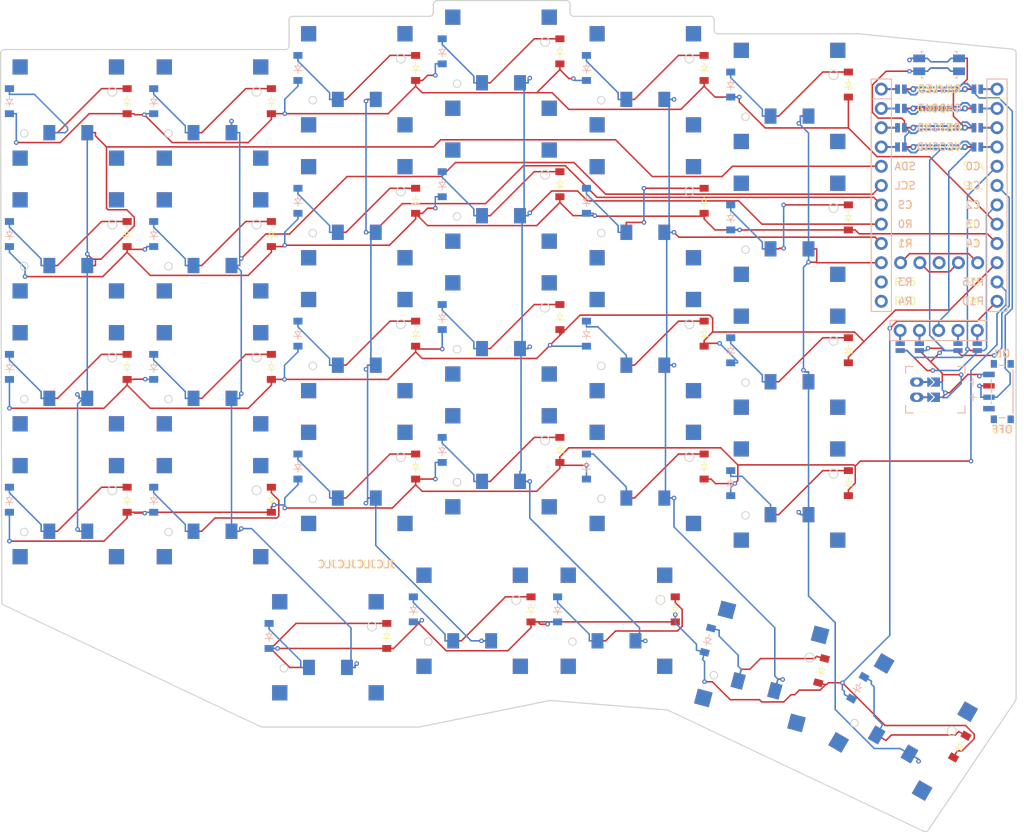
<source format=kicad_pcb>
(kicad_pcb (version 20240108) (generator "pcbnew") (generator_version "8.0")
  (title_block (title "souffle_wireless") (date "2025-02-11") (rev "0.1") (company "fcoury (adapted from corney-island)"))
  (layers (0 "F.Cu" signal) (31 "B.Cu" signal) (34 "B.Paste" user) (35 "F.Paste" user) (36 "B.SilkS" user "B.Silkscreen") (37 "F.SilkS" user "F.Silkscreen") (38 "B.Mask" user) (39 "F.Mask" user) (44 "Edge.Cuts" user))
  (net 0 "")
  (net 1 "C0")
  (net 2 "outer_bottom_B")
  (net 3 "outer_home_B")
  (net 4 "outer_top_B")
  (net 5 "outer_number_B")
  (net 6 "C1")
  (net 7 "pinky_bottom_B")
  (net 8 "pinky_home_B")
  (net 9 "pinky_top_B")
  (net 10 "pinky_number_B")
  (net 11 "C2")
  (net 12 "ring_bottom_B")
  (net 13 "ring_home_B")
  (net 14 "ring_top_B")
  (net 15 "ring_number_B")
  (net 16 "C3")
  (net 17 "middle_bottom_B")
  (net 18 "middle_home_B")
  (net 19 "middle_top_B")
  (net 20 "middle_number_B")
  (net 21 "C4")
  (net 22 "index_bottom_B")
  (net 23 "index_home_B")
  (net 24 "index_top_B")
  (net 25 "index_number_B")
  (net 26 "C5")
  (net 27 "inner_bottom_B")
  (net 28 "inner_home_B")
  (net 29 "inner_top_B")
  (net 30 "inner_number_B")
  (net 31 "inward_home_B")
  (net 32 "mid_home_B")
  (net 33 "outward_home_B")
  (net 34 "extra_outward_home_B")
  (net 35 "big_outward_home_B")
  (net 36 "R3")
  (net 37 "R2")
  (net 38 "R1")
  (net 39 "R0")
  (net 40 "R4")
  (net 41 "outer_bottom_F")
  (net 42 "outer_home_F")
  (net 43 "outer_top_F")
  (net 44 "outer_number_F")
  (net 45 "pinky_bottom_F")
  (net 46 "pinky_home_F")
  (net 47 "pinky_top_F")
  (net 48 "pinky_number_F")
  (net 49 "ring_bottom_F")
  (net 50 "ring_home_F")
  (net 51 "ring_top_F")
  (net 52 "ring_number_F")
  (net 53 "middle_bottom_F")
  (net 54 "middle_home_F")
  (net 55 "middle_top_F")
  (net 56 "middle_number_F")
  (net 57 "index_bottom_F")
  (net 58 "index_home_F")
  (net 59 "index_top_F")
  (net 60 "index_number_F")
  (net 61 "inner_bottom_F")
  (net 62 "inner_home_F")
  (net 63 "inner_top_F")
  (net 64 "inner_number_F")
  (net 65 "inward_home_F")
  (net 66 "mid_home_F")
  (net 67 "outward_home_F")
  (net 68 "extra_outward_home_F")
  (net 69 "big_outward_home_F")
  (net 70 "RAW")
  (net 71 "GND")
  (net 72 "RST")
  (net 73 "VCC")
  (net 74 "P16")
  (net 75 "P10")
  (net 76 "LED")
  (net 77 "DAT")
  (net 78 "SDA")
  (net 79 "SCL")
  (net 80 "CS")
  (net 81 "P101")
  (net 82 "P102")
  (net 83 "P107")
  (net 84 "MCU1_24")
  (net 85 "MCU1_1")
  (net 86 "MCU1_23")
  (net 87 "MCU1_2")
  (net 88 "MCU1_22")
  (net 89 "MCU1_3")
  (net 90 "MCU1_21")
  (net 91 "MCU1_4")
  (net 92 "DISP1_1")
  (net 93 "DISP1_2")
  (net 94 "DISP1_4")
  (net 95 "DISP1_5")
  (net 96 "BAT_P")
  (net 97 "JST1_1")
  (net 98 "JST1_2")
  (footprint "ceoloide:diode_tht_sod123" (layer "F.Cu") (at 141.95 116.4375 90)
    (property "Reference" "D54" (hide yes))
    (property "Value" "")
  )
  (footprint "ceoloide:diode_tht_sod123" (layer "F.Cu") (at 164.75 39.4375 90)
    (property "Reference" "D45" (hide yes))
    (property "Value" "")
  )
  (footprint "CPG1316S01D02_mikeholscher" (layer "F.Cu") (at 100 47.5)
    (property "Reference" "S33" (hide yes))
    (property "Value" "")
    (fp_circle (center -5.8 2.75) (end -5.3 2.75) (stroke (width 0.1)) (fill none) (layer "Edge.Cuts"))
    (fp_circle (center 5.8 -2.75) (end 6.4 -2.75) (stroke (width 0.1)) (fill none) (layer "Edge.Cuts"))
  )
  (footprint "ceoloide:diode_tht_sod123" (layer "F.Cu") (at 107.75 46 90)
    (property "Reference" "D33" (hide yes))
    (property "Value" "")
  )
  (footprint "CPG1316S01D02_mikeholscher" (layer "F.Cu") (at 138 95.625)
    (property "Reference" "S38" (hide yes))
    (property "Value" "")
    (fp_circle (center -5.8 2.75) (end -5.3 2.75) (stroke (width 0.1)) (fill none) (layer "Edge.Cuts"))
    (fp_circle (center 5.8 -2.75) (end 6.4 -2.75) (stroke (width 0.1)) (fill none) (layer "Edge.Cuts"))
  )
  (footprint "ceoloide:diode_tht_sod123" (layer "F.Cu") (at 164.75 74.4375 90)
    (property "Reference" "D43" (hide yes))
    (property "Value" "")
  )
  (footprint "ceoloide:diode_tht_sod123" (layer "F.Cu") (at 183.75 94.125 90)
    (property "Reference" "D46" (hide yes))
    (property "Value" "")
  )
  (footprint "CPG1316S01D02_mikeholscher" (layer "F.Cu") (at 138 43.125)
    (property "Reference" "S41" (hide yes))
    (property "Value" "")
    (fp_circle (center -5.8 2.75) (end -5.3 2.75) (stroke (width 0.1)) (fill none) (layer "Edge.Cuts"))
    (fp_circle (center 5.8 -2.75) (end 6.4 -2.75) (stroke (width 0.1)) (fill none) (layer "Edge.Cuts"))
  )
  (footprint "ceoloide:mounting_hole_npth" (layer "F.Cu") (at 185.068 51.8235)
    (property "Reference" "MH3" (hide yes))
    (property "Value" "")
  )
  (footprint "CPG1316S01D02_mikeholscher" (layer "F.Cu") (at 209.9571 128.4362 -30)
    (property "Reference" "S58" (hide yes))
    (property "Value" "")
    (fp_circle (center -5.8 2.75) (end -5.3 2.75) (stroke (width 0.1)) (fill none) (layer "Edge.Cuts"))
    (fp_circle (center 5.8 -2.75) (end 6.4 -2.75) (stroke (width 0.1)) (fill none) (layer "Edge.Cuts"))
  )
  (footprint "ceoloide:mounting_hole_npth" (layer "F.Cu") (at 185.068 86.8235)
    (property "Reference" "MH4" (hide yes))
    (property "Value" "")
  )
  (footprint "ceoloide:diode_tht_sod123" (layer "F.Cu") (at 126.75 46 90)
    (property "Reference" "D37" (hide yes))
    (property "Value" "")
  )
  (footprint "ceoloide:diode_tht_sod123" (layer "F.Cu") (at 107.75 81 90)
    (property "Reference" "D31" (hide yes))
    (property "Value" "")
  )
  (footprint "ceoloide:diode_tht_sod123" (layer "F.Cu") (at 202.75 96.3125 90)
    (property "Reference" "D50" (hide yes))
    (property "Value" "")
  )
  (footprint "CPG1316S01D02_mikeholscher" (layer "F.Cu") (at 119 47.5)
    (property "Reference" "S37" (hide yes))
    (property "Value" "")
    (fp_circle (center -5.8 2.75) (end -5.3 2.75) (stroke (width 0.1)) (fill none) (layer "Edge.Cuts"))
    (fp_circle (center 5.8 -2.75) (end 6.4 -2.75) (stroke (width 0.1)) (fill none) (layer "Edge.Cuts"))
  )
  (footprint "ceoloide:diode_tht_sod123" (layer "F.Cu") (at 164.75 91.9375 90)
    (property "Reference" "D42" (hide yes))
    (property "Value" "")
  )
  (footprint "CPG1316S01D02_mikeholscher" (layer "F.Cu") (at 157 58.4375)
    (property "Reference" "S44" (hide yes))
    (property "Value" "")
    (fp_circle (center -5.8 2.75) (end -5.3 2.75) (stroke (width 0.1)) (fill none) (layer "Edge.Cuts"))
    (fp_circle (center 5.8 -2.75) (end 6.4 -2.75) (stroke (width 0.1)) (fill none) (layer "Edge.Cuts"))
  )
  (footprint "ceoloide:diode_tht_sod123" (layer "F.Cu") (at 145.75 76.625 90)
    (property "Reference" "D39" (hide yes))
    (property "Value" "")
  )
  (footprint "CPG1316S01D02_mikeholscher" (layer "F.Cu") (at 100 82.5)
    (property "Reference" "S31" (hide yes))
    (property "Value" "")
    (fp_circle (center -5.8 2.75) (end -5.3 2.75) (stroke (width 0.1)) (fill none) (layer "Edge.Cuts"))
    (fp_circle (center 5.8 -2.75) (end 6.4 -2.75) (stroke (width 0.1)) (fill none) (layer "Edge.Cuts"))
  )
  (footprint "ceoloide:mcu_nice_nano" (layer "F.Cu") (at 214.704 57.12)
    (property "Reference" "MCU1" (hide yes))
    (property "Value" "")
  )
  (footprint "CPG1316S01D02_mikeholscher" (layer "F.Cu") (at 195 97.8125)
    (property "Reference" "S50" (hide yes))
    (property "Value" "")
    (fp_circle (center -5.8 2.75) (end -5.3 2.75) (stroke (width 0.1)) (fill none) (layer "Edge.Cuts"))
    (fp_circle (center 5.8 -2.75) (end 6.4 -2.75) (stroke (width 0.1)) (fill none) (layer "Edge.Cuts"))
  )
  (footprint "CPG1316S01D02_mikeholscher" (layer "F.Cu") (at 195 45.3125)
    (property "Reference" "S53" (hide yes))
    (property "Value" "")
    (fp_circle (center -5.8 2.75) (end -5.3 2.75) (stroke (width 0.1)) (fill none) (layer "Edge.Cuts"))
    (fp_circle (center 5.8 -2.75) (end 6.4 -2.75) (stroke (width 0.1)) (fill none) (layer "Edge.Cuts"))
  )
  (footprint "ceoloide:display_nice_view" (layer "F.Cu") (at 214.647 59.5)
    (property "Reference" "DISP1" (hide yes))
    (property "Value" "")
  )
  (footprint "CPG1316S01D02_mikeholscher" (layer "F.Cu") (at 195 62.8125)
    (property "Reference" "S52" (hide yes))
    (property "Value" "")
    (fp_circle (center -5.8 2.75) (end -5.3 2.75) (stroke (width 0.1)) (fill none) (layer "Edge.Cuts"))
    (fp_circle (center 5.8 -2.75) (end 6.4 -2.75) (stroke (width 0.1)) (fill none) (layer "Edge.Cuts"))
  )
  (footprint "ceoloide:mounting_hole_npth" (layer "F.Cu") (at 120.357 111.365)
    (property "Reference" "MH5" (hide yes))
    (property "Value" "")
  )
  (footprint "CPG1316S01D02_mikeholscher" (layer "F.Cu") (at 195 80.3125)
    (property "Reference" "S51" (hide yes))
    (property "Value" "")
    (fp_circle (center -5.8 2.75) (end -5.3 2.75) (stroke (width 0.1)) (fill none) (layer "Edge.Cuts"))
    (fp_circle (center 5.8 -2.75) (end 6.4 -2.75) (stroke (width 0.1)) (fill none) (layer "Edge.Cuts"))
  )
  (footprint "ceoloide:power_switch_smd_side" (layer "F.Cu") (at 223 84.25)
    (property "Reference" "PWR1" (hide yes))
    (property "Value" "")
  )
  (footprint "CPG1316S01D02_mikeholscher" (layer "F.Cu") (at 100 100)
    (property "Reference" "S30" (hide yes))
    (property "Value" "")
    (fp_circle (center -5.8 2.75) (end -5.3 2.75) (stroke (width 0.1)) (fill none) (layer "Edge.Cuts"))
    (fp_circle (center 5.8 -2.75) (end 6.4 -2.75) (stroke (width 0.1)) (fill none) (layer "Edge.Cuts"))
  )
  (footprint "ceoloide:diode_tht_sod123" (layer "F.Cu") (at 199.2036 121.0109 75)
    (property "Reference" "D57" (hide yes))
    (property "Value" "")
  )
  (footprint "CPG1316S01D02_mikeholscher" (layer "F.Cu") (at 100 65)
    (property "Reference" "S32" (hide yes))
    (property "Value" "")
    (fp_circle (center -5.8 2.75) (end -5.3 2.75) (stroke (width 0.1)) (fill none) (layer "Edge.Cuts"))
    (fp_circle (center 5.8 -2.75) (end 6.4 -2.75) (stroke (width 0.1)) (fill none) (layer "Edge.Cuts"))
  )
  (footprint "ceoloide:diode_tht_sod123" (layer "F.Cu") (at 145.75 59.125 90)
    (property "Reference" "D40" (hide yes))
    (property "Value" "")
  )
  (footprint "ceoloide:mounting_hole_npth" (layer "F.Cu") (at 109.5 91.25)
    (property "Reference" "MH2" (hide yes))
    (property "Value" "")
  )
  (footprint "CPG1316S01D02_mikeholscher" (layer "F.Cu") (at 153.2 114.4375)
    (property "Reference" "S55" (hide yes))
    (property "Value" "")
    (fp_circle (center -5.8 2.75) (end -5.3 2.75) (stroke (width 0.1)) (fill none) (layer "Edge.Cuts"))
    (fp_circle (center 5.8 -2.75) (end 6.4 -2.75) (stroke (width 0.1)) (fill none) (layer "Edge.Cuts"))
  )
  (footprint "CPG1316S01D02_mikeholscher" (layer "F.Cu") (at 191.3295 120.454 -15)
    (property "Reference" "S57" (hide yes))
    (property "Value" "")
    (fp_circle (center -5.8 2.75) (end -5.3 2.75) (stroke (width 0.1)) (fill none) (layer "Edge.Cuts"))
    (fp_circle (center 5.8 -2.75) (end 6.4 -2.75) (stroke (width 0.1)) (fill none) (layer "Edge.Cuts"))
  )
  (footprint "CPG1316S01D02_mikeholscher" (layer "F.Cu") (at 119 100)
    (property "Reference" "S34" (hide yes))
    (property "Value" "")
    (fp_circle (center -5.8 2.75) (end -5.3 2.75) (stroke (width 0.1)) (fill none) (layer "Edge.Cuts"))
    (fp_circle (center 5.8 -2.75) (end 6.4 -2.75) (stroke (width 0.1)) (fill none) (layer "Edge.Cuts"))
  )
  (footprint "ceoloide:diode_tht_sod123" (layer "F.Cu") (at 126.75 63.5 90)
    (property "Reference" "D36" (hide yes))
    (property "Value" "")
  )
  (footprint "ceoloide:diode_tht_sod123" (layer "F.Cu") (at 183.75 59.125 90)
    (property "Reference" "D48" (hide yes))
    (property "Value" "")
  )
  (footprint "ceoloide:diode_tht_sod123" (layer "F.Cu") (at 183.75 41.625 90)
    (property "Reference" "D49" (hide yes))
    (property "Value" "")
  )
  (footprint "CPG1316S01D02_mikeholscher" (layer "F.Cu") (at 176 78.125)
    (property "Reference" "S47" (hide yes))
    (property "Value" "")
    (fp_circle (center -5.8 2.75) (end -5.3 2.75) (stroke (width 0.1)) (fill none) (layer "Edge.Cuts"))
    (fp_circle (center 5.8 -2.75) (end 6.4 -2.75) (stroke (width 0.1)) (fill none) (layer "Edge.Cuts"))
  )
  (footprint "ceoloide:diode_tht_sod123" (layer "F.Cu") (at 183.75 76.625 90)
    (property "Reference" "D47" (hide yes))
    (property "Value" "")
  )
  (footprint "CPG1316S01D02_mikeholscher" (layer "F.Cu") (at 176 95.625)
    (property "Reference" "S46" (hide yes))
    (property "Value" "")
    (fp_circle (center -5.8 2.75) (end -5.3 2.75) (stroke (width 0.1)) (fill none) (layer "Edge.Cuts"))
    (fp_circle (center 5.8 -2.75) (end 6.4 -2.75) (stroke (width 0.1)) (fill none) (layer "Edge.Cuts"))
  )
  (footprint "ceoloide:reset_switch_smd_side" (layer "F.Cu") (at 214.704 41.2125)
    (property "Reference" "RST1" (hide yes))
    (property "Value" "")
  )
  (footprint "CPG1316S01D02_mikeholscher" (layer "F.Cu") (at 119 65)
    (property "Reference" "S36" (hide yes))
    (property "Value" "")
    (fp_circle (center -5.8 2.75) (end -5.3 2.75) (stroke (width 0.1)) (fill none) (layer "Edge.Cuts"))
    (fp_circle (center 5.8 -2.75) (end 6.4 -2.75) (stroke (width 0.1)) (fill none) (layer "Edge.Cuts"))
  )
  (footprint "ceoloide:diode_tht_sod123" (layer "F.Cu") (at 164.75 56.9375 90)
    (property "Reference" "D44" (hide yes))
    (property "Value" "")
  )
  (footprint "ceoloide:mounting_hole_npth" (layer "F.Cu") (at 109.5 56.25)
    (property "Reference" "MH1" (hide yes))
    (property "Value" "")
  )
  (footprint "ceoloide:diode_tht_sod123" (layer "F.Cu") (at 107.75 63.5 90)
    (property "Reference" "D32" (hide yes))
    (property "Value" "")
  )
  (footprint "ceoloide:diode_tht_sod123" (layer "F.Cu") (at 145.75 94.125 90)
    (property "Reference" "D38" (hide yes))
    (property "Value" "")
  )
  (footprint "CPG1316S01D02_mikeholscher" (layer "F.Cu") (at 119 82.5)
    (property "Reference" "S35" (hide yes))
    (property "Value" "")
    (fp_circle (center -5.8 2.75) (end -5.3 2.75) (stroke (width 0.1)) (fill none) (layer "Edge.Cuts"))
    (fp_circle (center 5.8 -2.75) (end 6.4 -2.75) (stroke (width 0.1)) (fill none) (layer "Edge.Cuts"))
  )
  (footprint "ceoloide:diode_tht_sod123" (layer "F.Cu") (at 179.95 112.9375 90)
    (property "Reference" "D56" (hide yes))
    (property "Value" "")
  )
  (footprint "CPG1316S01D02_mikeholscher" (layer "F.Cu") (at 176 43.125)
    (property "Reference" "S49" (hide yes))
    (property "Value" "")
    (fp_circle (center -5.8 2.75) (end -5.3 2.75) (stroke (width 0.1)) (fill none) (layer "Edge.Cuts"))
    (fp_circle (center 5.8 -2.75) (end 6.4 -2.75) (stroke (width 0.1)) (fill none) (layer "Edge.Cuts"))
  )
  (footprint "ceoloide:diode_tht_sod123" (layer "F.Cu") (at 107.75 98.5 90)
    (property "Reference" "D30" (hide yes))
    (property "Value" "")
  )
  (footprint "ceoloide:diode_tht_sod123" (layer "F.Cu") (at 202.75 78.8125 90)
    (property "Reference" "D51" (hide yes))
    (property "Value" "")
  )
  (footprint "CPG1316S01D02_mikeholscher" (layer "F.Cu") (at 176 60.625)
    (property "Reference" "S48" (hide yes))
    (property "Value" "")
    (fp_circle (center -5.8 2.75) (end -5.3 2.75) (stroke (width 0.1)) (fill none) (layer "Edge.Cuts"))
    (fp_circle (center 5.8 -2.75) (end 6.4 -2.75) (stroke (width 0.1)) (fill none) (layer "Edge.Cuts"))
  )
  (footprint "ceoloide:diode_tht_sod123" (layer "F.Cu") (at 145.75 41.625 90)
    (property "Reference" "D41" (hide yes))
    (property "Value" "")
  )
  (footprint "ceoloide:diode_tht_sod123" (layer "F.Cu") (at 160.95 112.9375 90)
    (property "Reference" "D55" (hide yes))
    (property "Value" "")
  )
  (footprint "CPG1316S01D02_mikeholscher" (layer "F.Cu") (at 172.2 114.4375)
    (property "Reference" "S56" (hide yes))
    (property "Value" "")
    (fp_circle (center -5.8 2.75) (end -5.3 2.75) (stroke (width 0.1)) (fill none) (layer "Edge.Cuts"))
    (fp_circle (center 5.8 -2.75) (end 6.4 -2.75) (stroke (width 0.1)) (fill none) (layer "Edge.Cuts"))
  )
  (footprint "CPG1316S01D02_mikeholscher" (layer "F.Cu") (at 157 93.4375)
    (property "Reference" "S42" (hide yes))
    (property "Value" "")
    (fp_circle (center -5.8 2.75) (end -5.3 2.75) (stroke (width 0.1)) (fill none) (layer "Edge.Cuts"))
    (fp_circle (center 5.8 -2.75) (end 6.4 -2.75) (stroke (width 0.1)) (fill none) (layer "Edge.Cuts"))
  )
  (footprint "ceoloide:battery_connector_jst_ph_2" (layer "F.Cu") (at 211.75 84 90)
    (property "Reference" "JST1" (hide yes))
    (property "Value" "")
  )
  (footprint "ceoloide:diode_tht_sod123" (layer "F.Cu") (at 126.75 81 90)
    (property "Reference" "D35" (hide yes))
    (property "Value" "")
  )
  (footprint "CPG1316S01D02_mikeholscher" (layer "F.Cu") (at 138 78.125)
    (property "Reference" "S39" (hide yes))
    (property "Value" "")
    (fp_circle (center -5.8 2.75) (end -5.3 2.75) (stroke (width 0.1)) (fill none) (layer "Edge.Cuts"))
    (fp_circle (center 5.8 -2.75) (end 6.4 -2.75) (stroke (width 0.1)) (fill none) (layer "Edge.Cuts"))
  )
  (footprint "ceoloide:diode_tht_sod123" (layer "F.Cu") (at 202.75 61.3125 90)
    (property "Reference" "D52" (hide yes))
    (property "Value" "")
  )
  (footprint "ceoloide:diode_tht_sod123" (layer "F.Cu") (at 126.75 98.5 90)
    (property "Reference" "D34" (hide yes))
    (property "Value" "")
  )
  (footprint "CPG1316S01D02_mikeholscher" (layer "F.Cu") (at 134.2 117.9375)
    (property "Reference" "S54" (hide yes))
    (property "Value" "")
    (fp_circle (center -5.8 2.75) (end -5.3 2.75) (stroke (width 0.1)) (fill none) (layer "Edge.Cuts"))
    (fp_circle (center 5.8 -2.75) (end 6.4 -2.75) (stroke (width 0.1)) (fill none) (layer "Edge.Cuts"))
  )
  (footprint "CPG1316S01D02_mikeholscher" (layer "F.Cu") (at 138 60.625)
    (property "Reference" "S40" (hide yes))
    (property "Value" "")
    (fp_circle (center -5.8 2.75) (end -5.3 2.75) (stroke (width 0.1)) (fill none) (layer "Edge.Cuts"))
    (fp_circle (center 5.8 -2.75) (end 6.4 -2.75) (stroke (width 0.1)) (fill none) (layer "Edge.Cuts"))
  )
  (footprint "ceoloide:diode_tht_sod123" (layer "F.Cu") (at 217.4188 131.0121 60)
    (property "Reference" "D58" (hide yes))
    (property "Value" "")
  )
  (footprint "CPG1316S01D02_mikeholscher" (layer "F.Cu") (at 157 40.9375)
    (property "Reference" "S45" (hide yes))
    (property "Value" "")
    (fp_circle (center -5.8 2.75) (end -5.3 2.75) (stroke (width 0.1)) (fill none) (layer "Edge.Cuts"))
    (fp_circle (center 5.8 -2.75) (end 6.4 -2.75) (stroke (width 0.1)) (fill none) (layer "Edge.Cuts"))
  )
  (footprint "ceoloide:diode_tht_sod123" (layer "F.Cu") (at 202.75 43.8125 90)
    (property "Reference" "D53" (hide yes))
    (property "Value" "")
  )
  (footprint "CPG1316S01D02_mikeholscher" (layer "F.Cu") (at 157 75.9375)
    (property "Reference" "S43" (hide yes))
    (property "Value" "")
    (fp_circle (center -5.8 2.75) (end -5.3 2.75) (stroke (width 0.1)) (fill none) (layer "Edge.Cuts"))
    (fp_circle (center 5.8 -2.75) (end 6.4 -2.75) (stroke (width 0.1)) (fill none) (layer "Edge.Cuts"))
  )
  (footprint "CPG1316S01D02_mikeholscher" (layer "B.Cu") (at 100 100)
    (property "Reference" "S1" (hide yes))
    (property "Value" "")
    (fp_circle (center -5.8 2.75) (end -5.3 2.75) (stroke (width 0.1)) (fill none) (layer "Edge.Cuts"))
    (fp_circle (center 5.8 -2.75) (end 6.4 -2.75) (stroke (width 0.1)) (fill none) (layer "Edge.Cuts"))
  )
  (footprint "ceoloide:diode_tht_sod123" (layer "B.Cu") (at 187.25 96.3125 90)
    (property "Reference" "D21" (hide yes))
    (property "Value" "")
  )
  (footprint "CPG1316S01D02_mikeholscher" (layer "B.Cu") (at 176 43.125)
    (property "Reference" "S20" (hide yes))
    (property "Value" "")
    (fp_circle (center -5.8 2.75) (end -5.3 2.75) (stroke (width 0.1)) (fill none) (layer "Edge.Cuts"))
    (fp_circle (center 5.8 -2.75) (end 6.4 -2.75) (stroke (width 0.1)) (fill none) (layer "Edge.Cuts"))
  )
  (footprint "CPG1316S01D02_mikeholscher" (layer "B.Cu") (at 138 78.125)
    (property "Reference" "S10" (hide yes))
    (property "Value" "")
    (fp_circle (center -5.8 2.75) (end -5.3 2.75) (stroke (width 0.1)) (fill none) (layer "Edge.Cuts"))
    (fp_circle (center 5.8 -2.75) (end 6.4 -2.75) (stroke (width 0.1)) (fill none) (layer "Edge.Cuts"))
  )
  (footprint "CPG1316S01D02_mikeholscher" (layer "B.Cu") (at 157 75.9375)
    (property "Reference" "S14" (hide yes))
    (property "Value" "")
    (fp_circle (center -5.8 2.75) (end -5.3 2.75) (stroke (width 0.1)) (fill none) (layer "Edge.Cuts"))
    (fp_circle (center 5.8 -2.75) (end 6.4 -2.75) (stroke (width 0.1)) (fill none) (layer "Edge.Cuts"))
  )
  (footprint "ceoloide:diode_tht_sod123" (layer "B.Cu") (at 164.45 112.9375 90)
    (property "Reference" "D27" (hide yes))
    (property "Value" "")
  )
  (footprint "CPG1316S01D02_mikeholscher" (layer "B.Cu") (at 176 95.625)
    (property "Reference" "S17" (hide yes))
    (property "Value" "")
    (fp_circle (center -5.8 2.75) (end -5.3 2.75) (stroke (width 0.1)) (fill none) (layer "Edge.Cuts"))
    (fp_circle (center 5.8 -2.75) (end 6.4 -2.75) (stroke (width 0.1)) (fill none) (layer "Edge.Cuts"))
  )
  (footprint "ceoloide:diode_tht_sod123" (layer "B.Cu") (at 111.25 81 90)
    (property "Reference" "D6" (hide yes))
    (property "Value" "")
  )
  (footprint "CPG1316S01D02_mikeholscher" (layer "B.Cu") (at 176 60.625)
    (property "Reference" "S19" (hide yes))
    (property "Value" "")
    (fp_circle (center -5.8 2.75) (end -5.3 2.75) (stroke (width 0.1)) (fill none) (layer "Edge.Cuts"))
    (fp_circle (center 5.8 -2.75) (end 6.4 -2.75) (stroke (width 0.1)) (fill none) (layer "Edge.Cuts"))
  )
  (footprint "ceoloide:diode_tht_sod123" (layer "B.Cu") (at 184.2318 116.9993 75)
    (property "Reference" "D28" (hide yes))
    (property "Value" "")
  )
  (footprint "CPG1316S01D02_mikeholscher" (layer "B.Cu") (at 153.2 114.4375)
    (property "Reference" "S26" (hide yes))
    (property "Value" "")
    (fp_circle (center -5.8 2.75) (end -5.3 2.75) (stroke (width 0.1)) (fill none) (layer "Edge.Cuts"))
    (fp_circle (center 5.8 -2.75) (end 6.4 -2.75) (stroke (width 0.1)) (fill none) (layer "Edge.Cuts"))
  )
  (footprint "ceoloide:diode_tht_sod123" (layer "B.Cu") (at 111.25 46 90)
    (property "Reference" "D8" (hide yes))
    (property "Value" "")
  )
  (footprint "ceoloide:diode_tht_sod123" (layer "B.Cu") (at 130.25 76.625 90)
    (property "Reference" "D10" (hide yes))
    (property "Value" "")
  )
  (footprint "ceoloide:diode_tht_sod123" (layer "B.Cu") (at 187.25 78.8125 90)
    (property "Reference" "D22" (hide yes))
    (property "Value" "")
  )
  (footprint "CPG1316S01D02_mikeholscher" (layer "B.Cu") (at 138 95.625)
    (property "Reference" "S9" (hide yes))
    (property "Value" "")
    (fp_circle (center -5.8 2.75) (end -5.3 2.75) (stroke (width 0.1)) (fill none) (layer "Edge.Cuts"))
    (fp_circle (center 5.8 -2.75) (end 6.4 -2.75) (stroke (width 0.1)) (fill none) (layer "Edge.Cuts"))
  )
  (footprint "CPG1316S01D02_mikeholscher" (layer "B.Cu") (at 119 65)
    (property "Reference" "S7" (hide yes))
    (property "Value" "")
    (fp_circle (center -5.8 2.75) (end -5.3 2.75) (stroke (width 0.1)) (fill none) (layer "Edge.Cuts"))
    (fp_circle (center 5.8 -2.75) (end 6.4 -2.75) (stroke (width 0.1)) (fill none) (layer "Edge.Cuts"))
  )
  (footprint "CPG1316S01D02_mikeholscher" (layer "B.Cu") (at 100 47.5)
    (property "Reference" "S4" (hide yes))
    (property "Value" "")
    (fp_circle (center -5.8 2.75) (end -5.3 2.75) (stroke (width 0.1)) (fill none) (layer "Edge.Cuts"))
    (fp_circle (center 5.8 -2.75) (end 6.4 -2.75) (stroke (width 0.1)) (fill none) (layer "Edge.Cuts"))
  )
  (footprint "ceoloide:diode_tht_sod123" (layer "B.Cu") (at 168.25 76.625 90)
    (property "Reference" "D18" (hide yes))
    (property "Value" "")
  )
  (footprint "ceoloide:diode_tht_sod123" (layer "B.Cu") (at 149.25 91.9375 90)
    (property "Reference" "D13" (hide yes))
    (property "Value" "")
  )
  (footprint "CPG1316S01D02_mikeholscher" (layer "B.Cu") (at 157 93.4375)
    (property "Reference" "S13" (hide yes))
    (property "Value" "")
    (fp_circle (center -5.8 2.75) (end -5.3 2.75) (stroke (width 0.1)) (fill none) (layer "Edge.Cuts"))
    (fp_circle (center 5.8 -2.75) (end 6.4 -2.75) (stroke (width 0.1)) (fill none) (layer "Edge.Cuts"))
  )
  (footprint "ceoloide:diode_tht_sod123" (layer "B.Cu") (at 168.25 59.125 90)
    (property "Reference" "D19" (hide yes))
    (property "Value" "")
  )
  (footprint "ceoloide:diode_tht_sod123" (layer "B.Cu") (at 130.25 94.125 90)
    (property "Reference" "D9" (hide yes))
    (property "Value" "")
  )
  (footprint "ceoloide:diode_tht_sod123" (layer "B.Cu") (at 203.9954 123.2621 60)
    (property "Reference" "D29" (hide yes))
    (property "Value" "")
  )
  (footprint "CPG1316S01D02_mikeholscher" (layer "B.Cu") (at 195 80.3125)
    (property "Reference" "S22" (hide yes))
    (property "Value" "")
    (fp_circle (center -5.8 2.75) (end -5.3 2.75) (stroke (width 0.1)) (fill none) (layer "Edge.Cuts"))
    (fp_circle (center 5.8 -2.75) (end 6.4 -2.75) (stroke (width 0.1)) (fill none) (layer "Edge.Cuts"))
  )
  (footprint "CPG1316S01D02_mikeholscher" (layer "B.Cu") (at 209.9571 128.4362 -30)
    (property "Reference" "S29" (hide yes))
    (property "Value" "")
    (fp_circle (center -5.8 2.75) (end -5.3 2.75) (stroke (width 0.1)) (fill none) (layer "Edge.Cuts"))
    (fp_circle (center 5.8 -2.75) (end 6.4 -2.75) (stroke (width 0.1)) (fill none) (layer "Edge.Cuts"))
  )
  (footprint "ceoloide:diode_tht_sod123" (layer "B.Cu") (at 187.25 43.8125 90)
    (property "Reference" "D24" (hide yes))
    (property "Value" "")
  )
  (footprint "ceoloide:diode_tht_sod123" (layer "B.Cu") (at 168.25 41.625 90)
    (property "Reference" "D20" (hide yes))
    (property "Value" "")
  )
  (footprint "CPG1316S01D02_mikeholscher" (layer "B.Cu") (at 119 47.5)
    (property "Reference" "S8" (hide yes))
    (property "Value" "")
    (fp_circle (center -5.8 2.75) (end -5.3 2.75) (stroke (width 0.1)) (fill none) (layer "Edge.Cuts"))
    (fp_circle (center 5.8 -2.75) (end 6.4 -2.75) (stroke (width 0.1)) (fill none) (layer "Edge.Cuts"))
  )
  (footprint "CPG1316S01D02_mikeholscher" (layer "B.Cu") (at 157 58.4375)
    (property "Reference" "S15" (hide yes))
    (property "Value" "")
    (fp_circle (center -5.8 2.75) (end -5.3 2.75) (stroke (width 0.1)) (fill none) (layer "Edge.Cuts"))
    (fp_circle (center 5.8 -2.75) (end 6.4 -2.75) (stroke (width 0.1)) (fill none) (layer "Edge.Cuts"))
  )
  (footprint "CPG1316S01D02_mikeholscher" (layer "B.Cu") (at 195 45.3125)
    (property "Reference" "S24" (hide yes))
    (property "Value" "")
    (fp_circle (center -5.8 2.75) (end -5.3 2.75) (stroke (width 0.1)) (fill none) (layer "Edge.Cuts"))
    (fp_circle (center 5.8 -2.75) (end 6.4 -2.75) (stroke (width 0.1)) (fill none) (layer "Edge.Cuts"))
  )
  (footprint "ceoloide:diode_tht_sod123" (layer "B.Cu") (at 92.25 63.5 90)
    (property "Reference" "D3" (hide yes))
    (property "Value" "")
  )
  (footprint "CPG1316S01D02_mikeholscher" (layer "B.Cu") (at 138 43.125)
    (property "Reference" "S12" (hide yes))
    (property "Value" "")
    (fp_circle (center -5.8 2.75) (end -5.3 2.75) (stroke (width 0.1)) (fill none) (layer "Edge.Cuts"))
    (fp_circle (center 5.8 -2.75) (end 6.4 -2.75) (stroke (width 0.1)) (fill none) (layer "Edge.Cuts"))
  )
  (footprint "CPG1316S01D02_mikeholscher" (layer "B.Cu") (at 138 60.625)
    (property "Reference" "S11" (hide yes))
    (property "Value" "")
    (fp_circle (center -5.8 2.75) (end -5.3 2.75) (stroke (width 0.1)) (fill none) (layer "Edge.Cuts"))
    (fp_circle (center 5.8 -2.75) (end 6.4 -2.75) (stroke (width 0.1)) (fill none) (layer "Edge.Cuts"))
  )
  (footprint "ceoloide:diode_tht_sod123" (layer "B.Cu") (at 149.25 74.4375 90)
    (property "Reference" "D14" (hide yes))
    (property "Value" "")
  )
  (footprint "ceoloide:diode_tht_sod123" (layer "B.Cu") (at 111.25 63.5 90)
    (property "Reference" "D7" (hide yes))
    (property "Value" "")
  )
  (footprint "CPG1316S01D02_mikeholscher" (layer "B.Cu") (at 195 62.8125)
    (property "Reference" "S23" (hide yes))
    (property "Value" "")
    (fp_circle (center -5.8 2.75) (end -5.3 2.75) (stroke (width 0.1)) (fill none) (layer "Edge.Cuts"))
    (fp_circle (center 5.8 -2.75) (end 6.4 -2.75) (stroke (width 0.1)) (fill none) (layer "Edge.Cuts"))
  )
  (footprint "CPG1316S01D02_mikeholscher" (layer "B.Cu") (at 195 97.8125)
    (property "Reference" "S21" (hide yes))
    (property "Value" "")
    (fp_circle (center -5.8 2.75) (end -5.3 2.75) (stroke (width 0.1)) (fill none) (layer "Edge.Cuts"))
    (fp_circle (center 5.8 -2.75) (end 6.4 -2.75) (stroke (width 0.1)) (fill none) (layer "Edge.Cuts"))
  )
  (footprint "CPG1316S01D02_mikeholscher" (layer "B.Cu") (at 172.2 114.4375)
    (property "Reference" "S27" (hide yes))
    (property "Value" "")
    (fp_circle (center -5.8 2.75) (end -5.3 2.75) (stroke (width 0.1)) (fill none) (layer "Edge.Cuts"))
    (fp_circle (center 5.8 -2.75) (end 6.4 -2.75) (stroke (width 0.1)) (fill none) (layer "Edge.Cuts"))
  )
  (footprint "ceoloide:diode_tht_sod123" (layer "B.Cu") (at 187.25 61.3125 90)
    (property "Reference" "D23" (hide yes))
    (property "Value" "")
  )
  (footprint "CPG1316S01D02_mikeholscher" (layer "B.Cu") (at 157 40.9375)
    (property "Reference" "S16" (hide yes))
    (property "Value" "")
    (fp_circle (center -5.8 2.75) (end -5.3 2.75) (stroke (width 0.1)) (fill none) (layer "Edge.Cuts"))
    (fp_circle (center 5.8 -2.75) (end 6.4 -2.75) (stroke (width 0.1)) (fill none) (layer "Edge.Cuts"))
  )
  (footprint "ceoloide:diode_tht_sod123" (layer "B.Cu") (at 149.25 56.9375 90)
    (property "Reference" "D15" (hide yes))
    (property "Value" "")
  )
  (footprint "ceoloide:diode_tht_sod123" (layer "B.Cu") (at 126.45 116.4375 90)
    (property "Reference" "D25" (hide yes))
    (property "Value" "")
  )
  (footprint "CPG1316S01D02_mikeholscher" (layer "B.Cu") (at 119 100)
    (property "Reference" "S5" (hide yes))
    (property "Value" "")
    (fp_circle (center -5.8 2.75) (end -5.3 2.75) (stroke (width 0.1)) (fill none) (layer "Edge.Cuts"))
    (fp_circle (center 5.8 -2.75) (end 6.4 -2.75) (stroke (width 0.1)) (fill none) (layer "Edge.Cuts"))
  )
  (footprint "ceoloide:diode_tht_sod123" (layer "B.Cu") (at 92.25 98.5 90)
    (property "Reference" "D1" (hide yes))
    (property "Value" "")
  )
  (footprint "ceoloide:diode_tht_sod123" (layer "B.Cu") (at 145.45 112.9375 90)
    (property "Reference" "D26" (hide yes))
    (property "Value" "")
  )
  (footprint "ceoloide:diode_tht_sod123" (layer "B.Cu") (at 168.25 94.125 90)
    (property "Reference" "D17" (hide yes))
    (property "Value" "")
  )
  (footprint "ceoloide:diode_tht_sod123" (layer "B.Cu") (at 149.25 39.4375 90)
    (property "Reference" "D16" (hide yes))
    (property "Value" "")
  )
  (footprint "CPG1316S01D02_mikeholscher" (layer "B.Cu") (at 100 65)
    (property "Reference" "S3" (hide yes))
    (property "Value" "")
    (fp_circle (center -5.8 2.75) (end -5.3 2.75) (stroke (width 0.1)) (fill none) (layer "Edge.Cuts"))
    (fp_circle (center 5.8 -2.75) (end 6.4 -2.75) (stroke (width 0.1)) (fill none) (layer "Edge.Cuts"))
  )
  (footprint "CPG1316S01D02_mikeholscher" (layer "B.Cu") (at 176 78.125)
    (property "Reference" "S18" (hide yes))
    (property "Value" "")
    (fp_circle (center -5.8 2.75) (end -5.3 2.75) (stroke (width 0.1)) (fill none) (layer "Edge.Cuts"))
    (fp_circle (center 5.8 -2.75) (end 6.4 -2.75) (stroke (width 0.1)) (fill none) (layer "Edge.Cuts"))
  )
  (footprint "CPG1316S01D02_mikeholscher" (layer "B.Cu") (at 134.2 117.9375)
    (property "Reference" "S25" (hide yes))
    (property "Value" "")
    (fp_circle (center -5.8 2.75) (end -5.3 2.75) (stroke (width 0.1)) (fill none) (layer "Edge.Cuts"))
    (fp_circle (center 5.8 -2.75) (end 6.4 -2.75) (stroke (width 0.1)) (fill none) (layer "Edge.Cuts"))
  )
  (footprint "CPG1316S01D02_mikeholscher" (layer "B.Cu") (at 100 82.5)
    (property "Reference" "S2" (hide yes))
    (property "Value" "")
    (fp_circle (center -5.8 2.75) (end -5.3 2.75) (stroke (width 0.1)) (fill none) (layer "Edge.Cuts"))
    (fp_circle (center 5.8 -2.75) (end 6.4 -2.75) (stroke (width 0.1)) (fill none) (layer "Edge.Cuts"))
  )
  (footprint "ceoloide:diode_tht_sod123" (layer "B.Cu") (at 130.25 59.125 90)
    (property "Reference" "D11" (hide yes))
    (property "Value" "")
  )
  (footprint "ceoloide:diode_tht_sod123" (layer "B.Cu") (at 92.25 46 90)
    (property "Reference" "D4" (hide yes))
    (property "Value" "")
  )
  (footprint "ceoloide:diode_tht_sod123" (layer "B.Cu") (at 111.25 98.5 90)
    (property "Reference" "D5" (hide yes))
    (property "Value" "")
  )
  (footprint "CPG1316S01D02_mikeholscher" (layer "B.Cu") (at 191.3295 120.454 -15)
    (property "Reference" "S28" (hide yes))
    (property "Value" "")
    (fp_circle (center -5.8 2.75) (end -5.3 2.75) (stroke (width 0.1)) (fill none) (layer "Edge.Cuts"))
    (fp_circle (center 5.8 -2.75) (end 6.4 -2.75) (stroke (width 0.1)) (fill none) (layer "Edge.Cuts"))
  )
  (footprint "ceoloide:diode_tht_sod123" (layer "B.Cu") (at 92.25 81 90)
    (property "Reference" "D2" (hide yes))
    (property "Value" "")
  )
  (footprint "CPG1316S01D02_mikeholscher" (layer "B.Cu") (at 119 82.5)
    (property "Reference" "S6" (hide yes))
    (property "Value" "")
    (fp_circle (center -5.8 2.75) (end -5.3 2.75) (stroke (width 0.1)) (fill none) (layer "Edge.Cuts"))
    (fp_circle (center 5.8 -2.75) (end 6.4 -2.75) (stroke (width 0.1)) (fill none) (layer "Edge.Cuts"))
  )
  (footprint "ceoloide:diode_tht_sod123" (layer "B.Cu") (at 130.25 41.625 90)
    (property "Reference" "D12" (hide yes))
    (property "Value" "")
  )
  (gr_arc (start 213.282855 141.985811) (mid 213.000546 142.188434) (end 212.654395 142.15811) (stroke (width 0.15)) (layer "Edge.Cuts"))
  (gr_line (start 148.08 34.3275) (end 148.08 33.2525) (stroke (width 0.15)) (layer "Edge.Cuts"))
  (gr_arc (start 224.38275 39.157477) (mid 224.703727 39.319492) (end 224.833 39.654996) (stroke (width 0.15)) (layer "Edge.Cuts"))
  (gr_arc (start 129.08 38.701513) (mid 128.933553 39.055053) (end 128.580013 39.201513) (stroke (width 0.15)) (layer "Edge.Cuts"))
  (gr_line (start 224.747508 124.990237) (end 213.282855 141.985811) (stroke (width 0.15)) (layer "Edge.Cuts"))
  (gr_line (start 166.082 33.2525) (end 166.082 34.3275) (stroke (width 0.15)) (layer "Edge.Cuts"))
  (gr_line (start 146.149787 128.4375) (end 125.562355 128.4375) (stroke (width 0.15)) (layer "Edge.Cuts"))
  (gr_arc (start 129.08 35.3275) (mid 129.226447 34.973947) (end 129.58 34.8275) (stroke (width 0.15)) (layer "Edge.Cuts"))
  (gr_arc (start 165.582 32.7525) (mid 165.935553 32.898947) (end 166.082 33.2525) (stroke (width 0.15)) (layer "Edge.Cuts"))
  (gr_arc (start 146.24921 128.427515) (mid 146.199749 128.434997) (end 146.149787 128.4375) (stroke (width 0.15)) (layer "Edge.Cuts"))
  (gr_arc (start 204.057123 37.127494) (mid 204.081969 37.128117) (end 204.106754 37.129975) (stroke (width 0.15)) (layer "Edge.Cuts"))
  (gr_arc (start 166.582 34.8275) (mid 166.228447 34.681053) (end 166.082 34.3275) (stroke (width 0.15)) (layer "Edge.Cuts"))
  (gr_arc (start 148.08 33.2525) (mid 148.226447 32.898947) (end 148.58 32.7525) (stroke (width 0.15)) (layer "Edge.Cuts"))
  (gr_arc (start 163.380736 124.951554) (mid 163.450297 124.942455) (end 163.520446 124.943195) (stroke (width 0.15)) (layer "Edge.Cuts"))
  (gr_arc (start 91.535356 112.385064) (mid 91.327113 112.201058) (end 91.249265 111.934295) (stroke (width 0.15)) (layer "Edge.Cuts"))
  (gr_arc (start 224.833 124.710624) (mid 224.811143 124.856816) (end 224.747508 124.990237) (stroke (width 0.15)) (layer "Edge.Cuts"))
  (gr_line (start 91.249265 111.934295) (end 91.081166 39.70365) (stroke (width 0.15)) (layer "Edge.Cuts"))
  (gr_line (start 163.380736 124.951554) (end 146.24921 128.427515) (stroke (width 0.15)) (layer "Edge.Cuts"))
  (gr_arc (start 125.562355 128.4375) (mid 125.452737 128.425326) (end 125.348446 128.389433) (stroke (width 0.15)) (layer "Edge.Cuts"))
  (gr_arc (start 178.831516 126.180876) (mid 178.920453 126.196241) (end 179.005181 126.227338) (stroke (width 0.15)) (layer "Edge.Cuts"))
  (gr_arc (start 148.08 34.3275) (mid 147.933553 34.681053) (end 147.58 34.8275) (stroke (width 0.15)) (layer "Edge.Cuts"))
  (gr_line (start 166.582 34.8275) (end 184.582 34.8275) (stroke (width 0.15)) (layer "Edge.Cuts"))
  (gr_line (start 148.58 32.7525) (end 165.582 32.7525) (stroke (width 0.15)) (layer "Edge.Cuts"))
  (gr_line (start 204.106754 37.129975) (end 224.382749 39.157477) (stroke (width 0.15)) (layer "Edge.Cuts"))
  (gr_arc (start 91.081166 39.70365) (mid 91.227198 39.349345) (end 91.581152 39.202487) (stroke (width 0.15)) (layer "Edge.Cuts"))
  (gr_line (start 91.581152 39.202487) (end 128.580013 39.201513) (stroke (width 0.15)) (layer "Edge.Cuts"))
  (gr_line (start 129.58 34.8275) (end 147.58 34.8275) (stroke (width 0.15)) (layer "Edge.Cuts"))
  (gr_line (start 185.082 35.3275) (end 185.082 36.623118) (stroke (width 0.15)) (layer "Edge.Cuts"))
  (gr_line (start 185.581882 37.123118) (end 204.057123 37.127494) (stroke (width 0.15)) (layer "Edge.Cuts"))
  (gr_line (start 224.833 124.710624) (end 224.833 39.654996) (stroke (width 0.15)) (layer "Edge.Cuts"))
  (gr_line (start 178.831516 126.180876) (end 163.520446 124.943195) (stroke (width 0.15)) (layer "Edge.Cuts"))
  (gr_arc (start 184.582 34.8275) (mid 184.935553 34.973947) (end 185.082 35.3275) (stroke (width 0.15)) (layer "Edge.Cuts"))
  (gr_line (start 212.654395 142.15811) (end 179.005181 126.227338) (stroke (width 0.15)) (layer "Edge.Cuts"))
  (gr_line (start 125.348446 128.389433) (end 91.535356 112.385064) (stroke (width 0.15)) (layer "Edge.Cuts"))
  (gr_line (start 129.08 38.701513) (end 129.08 35.3275) (stroke (width 0.15)) (layer "Edge.Cuts"))
  (gr_arc (start 185.581882 37.123118) (mid 185.228399 36.976631) (end 185.082 36.623118) (stroke (width 0.15)) (layer "Edge.Cuts"))
  (gr_text "JLCJLCJLCJLC" (at 138 107 0) (layer "B.SilkS") (effects (font (size 1 1)) (justify mirror)))
  (gr_text "JLCJLCJLCJLC" (at 138 107 0) (layer "F.SilkS") (effects (font (size 1 1))))
  (segment (start 102.5 50.15) (end 103.5767 50.15) (width 0.2) (layer "F.Cu") (net 1))
  (segment (start 103.5767 66.8133) (end 103.1686 66.8133) (width 0.2) (layer "F.Cu") (net 1))
  (segment (start 101.4233 102.65) (end 101.4233 102.6129) (width 0.2) (layer "F.Cu") (net 1))
  (segment (start 103.1686 66.8133) (end 102.5 66.1447) (width 0.2) (layer "F.Cu") (net 1))
  (segment (start 187.4618 54.58) (end 207.084 54.58) (width 0.2) (layer "F.Cu") (net 1))
  (segment (start 108.6962 62.4259) (end 104.3088 66.8133) (width 0.2) (layer "F.Cu") (net 1))
  (segment (start 105.0334 52.0258) (end 105.0334 60.1101) (width 0.2) (layer "F.Cu") (net 1))
  (segment (start 101.4233 102.6129) (end 101.2198 102.4094) (width 0.2) (layer "F.Cu") (net 1))
  (segment (start 105.0334 60.1101) (end 105.225 60.3017) (width 0.2) (layer "F.Cu") (net 1))
  (segment (start 108.6962 61.3057) (end 108.6962 62.4259) (width 0.2) (layer "F.Cu") (net 1))
  (segment (start 103.5767 66.8133) (end 103.5767 67.65) (width 0.2) (layer "F.Cu") (net 1))
  (segment (start 102.5 102.65) (end 101.4233 102.65) (width 0.2) (layer "F.Cu") (net 1))
  (segment (start 103.5767 50.15) (end 103.5767 50.5691) (width 0.2) (layer "F.Cu") (net 1))
  (segment (start 148.1095 52.0258) (end 149.0468 51.0885) (width 0.2) (layer "F.Cu") (net 1))
  (segment (start 186.1151 55.9267) (end 187.4618 54.58) (width 0.2) (layer "F.Cu") (net 1))
  (segment (start 149.0468 51.0885) (end 172.0804 51.0885) (width 0.2) (layer "F.Cu") (net 1))
  (segment (start 101.4233 85.15) (end 101.4233 84.8597) (width 0.2) (layer "F.Cu") (net 1))
  (segment (start 105.0334 52.0258) (end 148.1095 52.0258) (width 0.2) (layer "F.Cu") (net 1))
  (segment (start 105.225 60.3017) (end 107.6922 60.3017) (width 0.2) (layer "F.Cu") (net 1))
  (segment (start 176.9186 55.9267) (end 186.1151 55.9267) (width 0.2) (layer "F.Cu") (net 1))
  (segment (start 102.5 85.15) (end 101.4233 85.15) (width 0.2) (layer "F.Cu") (net 1))
  (segment (start 104.3088 66.8133) (end 103.5767 66.8133) (width 0.2) (layer "F.Cu") (net 1))
  (segment (start 103.5767 50.5691) (end 105.0334 52.0258) (width 0.2) (layer "F.Cu") (net 1))
  (segment (start 107.6922 60.3017) (end 108.6962 61.3057) (width 0.2) (layer "F.Cu") (net 1))
  (segment (start 172.0804 51.0885) (end 176.9186 55.9267) (width 0.2) (layer "F.Cu") (net 1))
  (segment (start 102.5 67.65) (end 103.5767 67.65) (width 0.2) (layer "F.Cu") (net 1))
  (segment (start 101.4233 84.8597) (end 101.1968 84.6332) (width 0.2) (layer "F.Cu") (net 1))
  (via (at 102.5 66.1447) (size 0.6) (drill 0.3) (layers "F.Cu" "B.Cu") (net 1))
  (via (at 101.1968 84.6332) (size 0.6) (drill 0.3) (layers "F.Cu" "B.Cu") (net 1))
  (via (at 101.2198 102.4094) (size 0.6) (drill 0.3) (layers "F.Cu" "B.Cu") (net 1))
  (segment (start 101.4233 102.6129) (end 101.2198 102.4094) (width 0.2) (layer "B.Cu") (net 1))
  (segment (start 102.5 67.65) (end 102.5 85.15) (width 0.2) (layer "B.Cu") (net 1))
  (segment (start 102.5 50.15) (end 102.5 66.1447) (width 0.2) (layer "B.Cu") (net 1))
  (segment (start 102.5 66.1447) (end 102.5 67.65) (width 0.2) (layer "B.Cu") (net 1))
  (segment (start 101.9617 85.15) (end 101.4233 85.15) (width 0.2) (layer "B.Cu") (net 1))
  (segment (start 101.2198 85.8919) (end 101.2198 102.4094) (width 0.2) (layer "B.Cu") (net 1))
  (segment (start 101.4233 84.8597) (end 101.4233 85.15) (width 0.2) (layer "B.Cu") (net 1))
  (segment (start 101.4233 102.65) (end 101.4233 102.6129) (width 0.2) (layer "B.Cu") (net 1))
  (segment (start 102.5 85.15) (end 101.9617 85.15) (width 0.2) (layer "B.Cu") (net 1))
  (segment (start 101.9617 85.15) (end 101.2198 85.8919) (width 0.2) (layer "B.Cu") (net 1))
  (segment (start 102.5 102.65) (end 101.4233 102.65) (width 0.2) (layer "B.Cu") (net 1))
  (segment (start 101.1968 84.6332) (end 101.4233 84.8597) (width 0.2) (layer "B.Cu") (net 1))
  (segment (start 97.5 102.65) (end 96.4233 102.65) (width 0.2) (layer "B.Cu") (net 2))
  (segment (start 92.25 97.6017) (end 96.4233 101.775) (width 0.2) (layer "B.Cu") (net 2))
  (segment (start 96.4233 101.775) (end 96.4233 102.65) (width 0.2) (layer "B.Cu") (net 2))
  (segment (start 92.25 96.85) (end 92.25 97.6017) (width 0.2) (layer "B.Cu") (net 2))
  (segment (start 92.25 79.35) (end 92.25 80.1017) (width 0.2) (layer "B.Cu") (net 3))
  (segment (start 97.5 85.15) (end 96.4233 85.15) (width 0.2) (layer "B.Cu") (net 3))
  (segment (start 92.25 80.1017) (end 96.4233 84.275) (width 0.2) (layer "B.Cu") (net 3))
  (segment (start 96.4233 84.275) (end 96.4233 85.15) (width 0.2) (layer "B.Cu") (net 3))
  (segment (start 96.4233 66.775) (end 96.4233 67.65) (width 0.2) (layer "B.Cu") (net 4))
  (segment (start 92.25 61.85) (end 92.25 62.6017) (width 0.2) (layer "B.Cu") (net 4))
  (segment (start 97.5 67.65) (end 96.4233 67.65) (width 0.2) (layer "B.Cu") (net 4))
  (segment (start 92.25 62.6017) (end 96.4233 66.775) (width 0.2) (layer "B.Cu") (net 4))
  (segment (start 99.6071 50.15) (end 99.9032 49.8539) (width 0.2) (layer "B.Cu") (net 5))
  (segment (start 95.5313 45.1017) (end 92.25 45.1017) (width 0.2) (layer "B.Cu") (net 5))
  (segment (start 97.5 50.15) (end 99.6071 50.15) (width 0.2) (layer "B.Cu") (net 5))
  (segment (start 99.9032 49.8539) (end 99.9032 49.4736) (width 0.2) (layer "B.Cu") (net 5))
  (segment (start 99.9032 49.4736) (end 95.5313 45.1017) (width 0.2) (layer "B.Cu") (net 5))
  (segment (start 92.25 44.35) (end 92.25 45.1017) (width 0.2) (layer "B.Cu") (net 5))
  (segment (start 136.7 120.5875) (end 137.7767 120.5875) (width 0.2) (layer "F.Cu") (net 6))
  (segment (start 122.5767 84.7238) (end 122.7837 84.5168) (width 0.2) (layer "F.Cu") (net 6))
  (segment (start 122.5767 102.5073) (end 122.785 102.299) (width 0.2) (layer "F.Cu") (net 6))
  (segment (start 149.1582 55.9267) (end 136.7158 55.9267) (width 0.2) (layer "F.Cu") (net 6))
  (segment (start 121.5 48.8483) (end 121.5 48.6227) (width 0.2) (layer "F.Cu") (net 6))
  (segment (start 121.5 67.65) (end 122.5767 67.65) (width 0.2) (layer "F.Cu") (net 6))
  (segment (start 137.7767 120.5875) (end 137.7767 120.2947) (width 0.2) (layer "F.Cu") (net 6))
  (segment (start 207.084 57.12) (end 205.9556 58.2484) (width 0.2) (layer "F.Cu") (net 6))
  (segment (start 122.5767 66.939) (end 122.7811 66.7346) (width 0.2) (layer "F.Cu") (net 6))
  (segment (start 121.5 50.15) (end 121.5 48.8483) (width 0.2) (layer "F.Cu") (net 6))
  (segment (start 121.5 102.65) (end 122.5767 102.65) (width 0.2) (layer "F.Cu") (net 6))
  (segment (start 166.6014 54.0846) (end 151.0003 54.0846) (width 0.2) (layer "F.Cu") (net 6))
  (segment (start 137.7767 120.2947) (end 137.9902 120.0812) (width 0.2) (layer "F.Cu") (net 6))
  (segment (start 122.5767 102.65) (end 122.5767 102.5073) (width 0.2) (layer "F.Cu") (net 6))
  (segment (start 122.5767 67.65) (end 122.5767 66.939) (width 0.2) (layer "F.Cu") (net 6))
  (segment (start 205.9556 58.2484) (end 170.7652 58.2484) (width 0.2) (layer "F.Cu") (net 6))
  (segment (start 151.0003 54.0846) (end 149.1582 55.9267) (width 0.2) (layer "F.Cu") (net 6))
  (segment (start 129.1425 63.5) (end 126.0157 63.5) (width 0.2) (layer "F.Cu") (net 6))
  (segment (start 122.5767 85.15) (end 122.5767 84.7238) (width 0.2) (layer "F.Cu") (net 6))
  (segment (start 121.5 85.15) (end 122.5767 85.15) (width 0.2) (layer "F.Cu") (net 6))
  (segment (start 126.0157 63.5) (end 122.7811 66.7346) (width 0.2) (layer "F.Cu") (net 6))
  (segment (start 170.7652 58.2484) (end 166.6014 54.0846) (width 0.2) (layer "F.Cu") (net 6))
  (segment (start 136.7158 55.9267) (end 129.1425 63.5) (width 0.2) (layer "F.Cu") (net 6))
  (via (at 122.7837 84.5168) (size 0.6) (drill 0.3) (layers "F.Cu" "B.Cu") (net 6))
  (via (at 122.785 102.299) (size 0.6) (drill 0.3) (layers "F.Cu" "B.Cu") (net 6))
  (via (at 121.5 48.6227) (size 0.6) (drill 0.3) (layers "F.Cu" "B.Cu") (net 6))
  (via (at 122.7811 66.7346) (size 0.6) (drill 0.3) (layers "F.Cu" "B.Cu") (net 6))
  (via (at 137.9902 120.0812) (size 0.6) (drill 0.3) (layers "F.Cu" "B.Cu") (net 6))
  (segment (start 122.0384 67.65) (end 122.7837 68.3953) (width 0.2) (layer "B.Cu") (net 6))
  (segment (start 122.0384 67.65) (end 122.5767 67.65) (width 0.2) (layer "B.Cu") (net 6))
  (segment (start 137.2384 120.5875) (end 137.2384 115.388) (width 0.2) (layer "B.Cu") (net 6))
  (segment (start 121.5 85.15) (end 121.5 102.65) (width 0.2) (layer "B.Cu") (net 6))
  (segment (start 122.7811 66.7346) (end 122.5767 66.939) (width 0.2) (layer "B.Cu") (net 6))
  (segment (start 122.7837 84.5168) (end 122.5767 84.7238) (width 0.2) (layer "B.Cu") (net 6))
  (segment (start 121.5 85.15) (end 122.5767 85.15) (width 0.2) (layer "B.Cu") (net 6))
  (segment (start 122.785 102.299) (end 122.5767 102.5073) (width 0.2) (layer "B.Cu") (net 6))
  (segment (start 137.2384 115.388) (end 124.1494 102.299) (width 0.2) (layer "B.Cu") (net 6))
  (segment (start 121.5 102.65) (end 122.5767 102.65) (width 0.2) (layer "B.Cu") (net 6))
  (segment (start 122.5767 84.7238) (end 122.5767 85.15) (width 0.2) (layer "B.Cu") (net 6))
  (segment (start 122.5767 66.939) (end 122.5767 67.65) (width 0.2) (layer "B.Cu") (net 6))
  (segment (start 121.5 50.15) (end 122.5767 50.15) (width 0.2) (layer "B.Cu") (net 6))
  (segment (start 137.9902 120.0812) (end 137.7767 120.2947) (width 0.2) (layer "B.Cu") (net 6))
  (segment (start 121.5 67.65) (end 122.0384 67.65) (width 0.2) (layer "B.Cu") (net 6))
  (segment (start 137.7767 120.2947) (end 137.7767 120.5875) (width 0.2) (layer "B.Cu") (net 6))
  (segment (start 122.5767 50.15) (end 122.5767 66.5302) (width 0.2) (layer "B.Cu") (net 6))
  (segment (start 122.7837 68.3953) (end 122.7837 84.5168) (width 0.2) (layer "B.Cu") (net 6))
  (segment (start 122.5767 66.5302) (end 122.7811 66.7346) (width 0.2) (layer "B.Cu") (net 6))
  (segment (start 124.1494 102.299) (end 122.785 102.299) (width 0.2) (layer "B.Cu") (net 6))
  (segment (start 137.2384 120.5875) (end 137.7767 120.5875) (width 0.2) (layer "B.Cu") (net 6))
  (segment (start 121.5 50.15) (end 121.5 48.6227) (width 0.2) (layer "B.Cu") (net 6))
  (segment (start 136.7 120.5875) (end 137.2384 120.5875) (width 0.2) (layer "B.Cu") (net 6))
  (segment (start 122.5767 102.5073) (end 122.5767 102.65) (width 0.2) (layer "B.Cu") (net 6))
  (segment (start 116.5 102.65) (end 115.4233 102.65) (width 0.2) (layer "B.Cu") (net 7))
  (segment (start 115.4233 101.775) (end 115.4233 102.65) (width 0.2) (layer "B.Cu") (net 7))
  (segment (start 111.25 97.6017) (end 115.4233 101.775) (width 0.2) (layer "B.Cu") (net 7))
  (segment (start 111.25 96.85) (end 111.25 97.6017) (width 0.2) (layer "B.Cu") (net 7))
  (segment (start 111.25 80.1017) (end 115.4233 84.275) (width 0.2) (layer "B.Cu") (net 8))
  (segment (start 115.4233 84.275) (end 115.4233 85.15) (width 0.2) (layer "B.Cu") (net 8))
  (segment (start 111.25 79.35) (end 111.25 80.1017) (width 0.2) (layer "B.Cu") (net 8))
  (segment (start 116.5 85.15) (end 115.4233 85.15) (width 0.2) (layer "B.Cu") (net 8))
  (segment (start 111.25 61.85) (end 111.25 62.6017) (width 0.2) (layer "B.Cu") (net 9))
  (segment (start 115.4233 66.775) (end 115.4233 67.65) (width 0.2) (layer "B.Cu") (net 9))
  (segment (start 116.5 67.65) (end 115.4233 67.65) (width 0.2) (layer "B.Cu") (net 9))
  (segment (start 111.25 62.6017) (end 115.4233 66.775) (width 0.2) (layer "B.Cu") (net 9))
  (segment (start 116.5 50.15) (end 115.4233 50.15) (width 0.2) (layer "B.Cu") (net 10))
  (segment (start 115.4233 49.275) (end 115.4233 50.15) (width 0.2) (layer "B.Cu") (net 10))
  (segment (start 111.25 45.1017) (end 115.4233 49.275) (width 0.2) (layer "B.Cu") (net 10))
  (segment (start 111.25 44.35) (end 111.25 45.1017) (width 0.2) (layer "B.Cu") (net 10))
  (segment (start 139.4233 80.775) (end 139.4233 81.1046) (width 0.2) (layer "F.Cu") (net 11))
  (segment (start 140.2198 63.275) (end 143.9974 59.4974) (width 0.2) (layer "F.Cu") (net 11))
  (segment (start 155.7 117.0875) (end 154.4228 117.0875) (width 0.2) (layer "F.Cu") (net 11))
  (segment (start 139.4233 98.275) (end 139.4233 98.7369) (width 0.2) (layer "F.Cu") (net 11))
  (segment (start 140.5 63.275) (end 140.2198 63.275) (width 0.2) (layer "F.Cu") (net 11))
  (segment (start 139.9617 63.275) (end 139.4233 63.275) (width 0.2) (layer "F.Cu") (net 11))
  (segment (start 159.9532 54.5073) (end 165.4696 54.5073) (width 0.2) (layer "F.Cu") (net 11))
  (segment (start 140.5 98.275) (end 139.4233 98.275) (width 0.2) (layer "F.Cu") (net 11))
  (segment (start 140.5 80.775) (end 139.4233 80.775) (width 0.2) (layer "F.Cu") (net 11))
  (segment (start 139.4233 81.1046) (end 139.2173 81.3106) (width 0.2) (layer "F.Cu") (net 11))
  (segment (start 139.9617 63.275) (end 140.2198 63.275) (width 0.2) (layer "F.Cu") (net 11))
  (segment (start 139.4233 45.7822) (end 139.2168 45.9887) (width 0.2) (layer "F.Cu") (net 11))
  (segment (start 143.9974 59.4974) (end 154.9631 59.4974) (width 0.2) (layer "F.Cu") (net 11))
  (segment (start 206.0973 58.6733) (end 207.084 59.66) (width 0.2) (layer "F.Cu") (net 11))
  (segment (start 139.4233 45.775) (end 139.4233 45.7822) (width 0.2) (layer "F.Cu") (net 11))
  (segment (start 165.4696 54.5073) (end 169.6356 58.6733) (width 0.2) (layer "F.Cu") (net 11))
  (segment (start 169.6356 58.6733) (end 206.0973 58.6733) (width 0.2) (layer "F.Cu") (net 11))
  (segment (start 139.4233 63.275) (end 139.2168 63.275) (width 0.2) (layer "F.Cu") (net 11))
  (segment (start 139.4233 98.7369) (end 139.2085 98.9517) (width 0.2) (layer "F.Cu") (net 11))
  (segment (start 140.5 45.775) (end 139.4233 45.775) (width 0.2) (layer "F.Cu") (net 11))
  (segment (start 154.9631 59.4974) (end 159.9532 54.5073) (width 0.2) (layer "F.Cu") (net 11))
  (via (at 139.2085 98.9517) (size 0.6) (drill 0.3) (layers "F.Cu" "B.Cu") (net 11))
  (via (at 139.2168 63.275) (size 0.6) (drill 0.3) (layers "F.Cu" "B.Cu") (net 11))
  (via (at 154.4228 117.0875) (size 0.6) (drill 0.3) (layers "F.Cu" "B.Cu") (net 11))
  (via (at 139.2173 81.3106) (size 0.6) (drill 0.3) (layers "F.Cu" "B.Cu") (net 11))
  (via (at 139.2168 45.9887) (size 0.6) (drill 0.3) (layers "F.Cu" "B.Cu") (net 11))
  (segment (start 153.0712 117.0875) (end 140.5 104.5163) (width 0.2) (layer "B.Cu") (net 11))
  (segment (start 155.7 117.0875) (end 154.6233 117.0875) (width 0.2) (layer "B.Cu") (net 11))
  (segment (start 139.2168 45.9887) (end 139.2168 63.275) (width 0.2) (layer "B.Cu") (net 11))
  (segment (start 139.4233 45.775) (end 139.2168 45.9815) (width 0.2) (layer "B.Cu") (net 11))
  (segment (start 140.5 80.775) (end 139.8584 80.775) (width 0.2) (layer "B.Cu") (net 11))
  (segment (start 139.8584 63.275) (end 139.2168 63.275) (width 0.2) (layer "B.Cu") (net 11))
  (segment (start 154.6233 117.0875) (end 154.4228 117.0875) (width 0.2) (layer "B.Cu") (net 11))
  (segment (start 140.5 104.5163) (end 140.5 98.275) (width 0.2) (layer "B.Cu") (net 11))
  (segment (start 139.4233 81.1046) (end 139.4233 80.775) (width 0.2) (layer "B.Cu") (net 11))
  (segment (start 140.5 98.275) (end 139.4233 98.275) (width 0.2) (layer "B.Cu") (net 11))
  (segment (start 140.5 45.775) (end 139.4233 45.775) (width 0.2) (layer "B.Cu") (net 11))
  (segment (start 139.2085 98.9517) (end 139.4233 98.7369) (width 0.2) (layer "B.Cu") (net 11))
  (segment (start 139.2173 81.3106) (end 139.4233 81.1046) (width 0.2) (layer "B.Cu") (net 11))
  (segment (start 139.4233 98.7369) (end 139.4233 98.275) (width 0.2) (layer "B.Cu") (net 11))
  (segment (start 139.8584 63.275) (end 139.8584 80.775) (width 0.2) (layer "B.Cu") (net 11))
  (segment (start 139.2168 45.9815) (end 139.2168 45.9887) (width 0.2) (layer "B.Cu") (net 11))
  (segment (start 139.2173 81.3106) (end 139.4233 81.5166) (width 0.2) (layer "B.Cu") (net 11))
  (segment (start 139.4233 81.5166) (end 139.4233 98.275) (width 0.2) (layer "B.Cu") (net 11))
  (segment (start 154.4228 117.0875) (end 153.0712 117.0875) (width 0.2) (layer "B.Cu") (net 11))
  (segment (start 139.8584 80.775) (end 139.4233 80.775) (width 0.2) (layer "B.Cu") (net 11))
  (segment (start 140.5 63.275) (end 139.8584 63.275) (width 0.2) (layer "B.Cu") (net 11))
  (segment (start 134.4233 97.4) (end 134.4233 98.275) (width 0.2) (layer "B.Cu") (net 12))
  (segment (start 130.25 93.2267) (end 134.4233 97.4) (width 0.2) (layer "B.Cu") (net 12))
  (segment (start 130.25 92.475) (end 130.25 93.2267) (width 0.2) (layer "B.Cu") (net 12))
  (segment (start 135.5 98.275) (end 134.4233 98.275) (width 0.2) (layer "B.Cu") (net 12))
  (segment (start 135.5 80.775) (end 134.4233 80.775) (width 0.2) (layer "B.Cu") (net 13))
  (segment (start 130.25 74.975) (end 130.25 75.7267) (width 0.2) (layer "B.Cu") (net 13))
  (segment (start 130.25 75.7267) (end 134.4233 79.9) (width 0.2) (layer "B.Cu") (net 13))
  (segment (start 134.4233 79.9) (end 134.4233 80.775) (width 0.2) (layer "B.Cu") (net 13))
  (segment (start 130.25 57.475) (end 130.25 58.2267) (width 0.2) (layer "B.Cu") (net 14))
  (segment (start 134.4233 62.4) (end 134.4233 63.275) (width 0.2) (layer "B.Cu") (net 14))
  (segment (start 130.25 58.2267) (end 134.4233 62.4) (width 0.2) (layer "B.Cu") (net 14))
  (segment (start 135.5 63.275) (end 134.4233 63.275) (width 0.2) (layer "B.Cu") (net 14))
  (segment (start 130.25 39.975) (end 130.25 40.7267) (width 0.2) (layer "B.Cu") (net 15))
  (segment (start 134.4233 44.9) (end 134.4233 45.775) (width 0.2) (layer "B.Cu") (net 15))
  (segment (start 135.5 45.775) (end 134.4233 45.775) (width 0.2) (layer "B.Cu") (net 15))
  (segment (start 130.25 40.7267) (end 134.4233 44.9) (width 0.2) (layer "B.Cu") (net 15))
  (segment (start 160.5767 60.9151) (end 160.7803 60.7115) (width 0.2) (layer "F.Cu") (net 16))
  (segment (start 160.5767 61.0875) (end 160.5767 60.9151) (width 0.2) (layer "F.Cu") (net 16))
  (segment (start 159.5 96.0875) (end 160.787 96.0875) (width 0.2) (layer "F.Cu") (net 16))
  (segment (start 207.084 62.2) (end 191.3609 62.2) (width 0.2) (layer "F.Cu") (net 16))
  (segment (start 159.5 61.0875) (end 160.5767 61.0875) (width 0.2) (layer "F.Cu") (net 16))
  (segment (start 191.3609 62.2) (end 188.2984 59.1375) (width 0.2) (layer "F.Cu") (net 16))
  (segment (start 174.7 117.0875) (end 175.9982 117.0875) (width 0.2) (layer "F.Cu") (net 16))
  (segment (start 159.5 43.5875) (end 160.5767 43.5875) (width 0.2) (layer "F.Cu") (net 16))
  (segment (start 160.5767 78.5553) (end 160.7793 78.3527) (width 0.2) (layer "F.Cu") (net 16))
  (segment (start 163.656 57.8358) (end 160.7803 60.7115) (width 0.2) (layer "F.Cu") (net 16))
  (segment (start 167.082 57.8358) (end 163.656 57.8358) (width 0.2) (layer "F.Cu") (net 16))
  (segment (start 168.3837 59.1375) (end 167.082 57.8358) (width 0.2) (layer "F.Cu") (net 16))
  (segment (start 160.5767 78.5875) (end 160.5767 78.5553) (width 0.2) (layer "F.Cu") (net 16))
  (segment (start 188.2984 59.1375) (end 168.3837 59.1375) (width 0.2) (layer "F.Cu") (net 16))
  (segment (start 160.5767 43.5875) (end 160.5767 43.1669) (width 0.2) (layer "F.Cu") (net 16))
  (segment (start 160.5767 43.1669) (end 160.779 42.9646) (width 0.2) (layer "F.Cu") (net 16))
  (segment (start 159.5 78.5875) (end 160.5767 78.5875) (width 0.2) (layer "F.Cu") (net 16))
  (via (at 160.779 42.9646) (size 0.6) (drill 0.3) (layers "F.Cu" "B.Cu") (net 16))
  (via (at 160.7793 78.3527) (size 0.6) (drill 0.3) (layers "F.Cu" "B.Cu") (net 16))
  (via (at 175.9982 117.0875) (size 0.6) (drill 0.3) (layers "F.Cu" "B.Cu") (net 16))
  (via (at 160.7803 60.7115) (size 0.6) (drill 0.3) (layers "F.Cu" "B.Cu") (net 16))
  (via (at 160.787 96.0875) (size 0.6) (drill 0.3) (layers "F.Cu" "B.Cu") (net 16))
  (segment (start 160.779 42.9646) (end 160.5767 43.1669) (width 0.2) (layer "B.Cu") (net 16))
  (segment (start 159.7692 78.5875) (end 160.5767 78.5875) (width 0.2) (layer "B.Cu") (net 16))
  (segment (start 159.7692 61.0875) (end 160.0384 61.0875) (width 0.2) (layer "B.Cu") (net 16))
  (segment (start 160.5767 78.5553) (end 160.5767 78.5875) (width 0.2) (layer "B.Cu") (net 16))
  (segment (start 160.7793 78.3527) (end 160.5767 78.5553) (width 0.2) (layer "B.Cu") (net 16))
  (segment (start 159.6346 94.6512) (end 159.5 94.7858) (width 0.2) (layer "B.Cu") (net 16))
  (segment (start 160.7803 60.7115) (end 160.5767 60.9151) (width 0.2) (layer "B.Cu") (net 16))
  (segment (start 160.787 100.9182) (end 160.787 96.0875) (width 0.2) (layer "B.Cu") (net 16))
  (segment (start 175.2384 115.3696) (end 160.787 100.9182) (width 0.2) (layer "B.Cu") (net 16))
  (segment (start 160.0384 43.5875) (end 160.0384 61.0875) (width 0.2) (layer "B.Cu") (net 16))
  (segment (start 159.6346 78.5875) (end 159.6346 94.6512) (width 0.2) (layer "B.Cu") (net 16))
  (segment (start 174.7 117.0875) (end 175.2384 117.0875) (width 0.2) (layer "B.Cu") (net 16))
  (segment (start 159.5 96.0875) (end 160.5767 96.0875) (width 0.2) (layer "B.Cu") (net 16))
  (segment (start 159.6346 78.5875) (end 159.7692 78.5875) (width 0.2) (layer "B.Cu") (net 16))
  (segment (start 160.0384 61.0875) (end 160.5767 61.0875) (width 0.2) (layer "B.Cu") (net 16))
  (segment (start 175.2384 117.0875) (end 175.2384 115.3696) (width 0.2) (layer "B.Cu") (net 16))
  (segment (start 159.5 78.5875) (end 159.6346 78.5875) (width 0.2) (layer "B.Cu") (net 16))
  (segment (start 159.5 61.0875) (end 159.7692 61.0875) (width 0.2) (layer "B.Cu") (net 16))
  (segment (start 175.2384 117.0875) (end 175.7767 117.0875) (width 0.2) (layer "B.Cu") (net 16))
  (segment (start 160.5767 43.1669) (end 160.5767 43.5875) (width 0.2) (layer "B.Cu") (net 16))
  (segment (start 160.5767 96.0875) (end 160.787 96.0875) (width 0.2) (layer "B.Cu") (net 16))
  (segment (start 160.5767 60.9151) (end 160.5767 61.0875) (width 0.2) (layer "B.Cu") (net 16))
  (segment (start 160.0384 43.5875) (end 160.5767 43.5875) (width 0.2) (layer "B.Cu") (net 16))
  (segment (start 159.5 43.5875) (end 160.0384 43.5875) (width 0.2) (layer "B.Cu") (net 16))
  (segment (start 159.5 96.0875) (end 159.5 94.7858) (width 0.2) (layer "B.Cu") (net 16))
  (segment (start 175.7767 117.0875) (end 175.9982 117.0875) (width 0.2) (layer "B.Cu") (net 16))
  (segment (start 159.7692 61.0875) (end 159.7692 78.5875) (width 0.2) (layer "B.Cu") (net 16))
  (segment (start 153.4233 95.2125) (end 153.4233 96.0875) (width 0.2) (layer "B.Cu") (net 17))
  (segment (start 149.25 91.0392) (end 153.4233 95.2125) (width 0.2) (layer "B.Cu") (net 17))
  (segment (start 154.5 96.0875) (end 153.4233 96.0875) (width 0.2) (layer "B.Cu") (net 17))
  (segment (start 149.25 90.2875) (end 149.25 91.0392) (width 0.2) (layer "B.Cu") (net 17))
  (segment (start 153.4233 77.7125) (end 153.4233 78.5875) (width 0.2) (layer "B.Cu") (net 18))
  (segment (start 149.25 72.7875) (end 149.25 73.5392) (width 0.2) (layer "B.Cu") (net 18))
  (segment (start 154.5 78.5875) (end 153.4233 78.5875) (width 0.2) (layer "B.Cu") (net 18))
  (segment (start 149.25 73.5392) (end 153.4233 77.7125) (width 0.2) (layer "B.Cu") (net 18))
  (segment (start 149.25 55.2875) (end 149.25 56.0392) (width 0.2) (layer "B.Cu") (net 19))
  (segment (start 153.4233 60.2125) (end 153.4233 61.0875) (width 0.2) (layer "B.Cu") (net 19))
  (segment (start 149.25 56.0392) (end 153.4233 60.2125) (width 0.2) (layer "B.Cu") (net 19))
  (segment (start 154.5 61.0875) (end 153.4233 61.0875) (width 0.2) (layer "B.Cu") (net 19))
  (segment (start 153.4233 42.7125) (end 153.4233 43.5875) (width 0.2) (layer "B.Cu") (net 20))
  (segment (start 154.5 43.5875) (end 153.4233 43.5875) (width 0.2) (layer "B.Cu") (net 20))
  (segment (start 149.25 38.5392) (end 153.4233 42.7125) (width 0.2) (layer "B.Cu") (net 20))
  (segment (start 149.25 37.7875) (end 149.25 38.5392) (width 0.2) (layer "B.Cu") (net 20))
  (segment (start 193.878 122.1247) (end 193.47 122.1247) (width 0.2) (layer "F.Cu") (net 21))
  (segment (start 193.9324 122.1791) (end 193.878 122.1247) (width 0.2) (layer "F.Cu") (net 21))
  (segment (start 178.5 63.275) (end 179.7801 63.275) (width 0.2) (layer "F.Cu") (net 21))
  (segment (start 178.5 98.275) (end 179.7801 98.275) (width 0.2) (layer "F.Cu") (net 21))
  (segment (start 179.7801 63.275) (end 180.4201 63.915) (width 0.2) (layer "F.Cu") (net 21))
  (segment (start 206.259 63.915) (end 207.084 64.74) (width 0.2) (layer "F.Cu") (net 21))
  (segment (start 178.5 80.775) (end 179.7801 80.775) (width 0.2) (layer "F.Cu") (net 21))
  (segment (start 180.4201 63.915) (end 206.259 63.915) (width 0.2) (layer "F.Cu") (net 21))
  (segment (start 178.5 45.775) (end 179.7801 45.775) (width 0.2) (layer "F.Cu") (net 21))
  (segment (start 194.087 122.1791) (end 193.9324 122.1791) (width 0.2) (layer "F.Cu") (net 21))
  (segment (start 193.0584 123.6608) (end 193.47 122.1247) (width 0.2) (layer "F.Cu") (net 21))
  (via (at 179.7801 63.275) (size 0.6) (drill 0.3) (layers "F.Cu" "B.Cu") (net 21))
  (via (at 179.7801 98.275) (size 0.6) (drill 0.3) (layers "F.Cu" "B.Cu") (net 21))
  (via (at 179.7801 45.775) (size 0.6) (drill 0.3) (layers "F.Cu" "B.Cu") (net 21))
  (via (at 179.7801 80.775) (size 0.6) (drill 0.3) (layers "F.Cu" "B.Cu") (net 21))
  (via (at 194.087 122.1791) (size 0.6) (drill 0.3) (layers "F.Cu" "B.Cu") (net 21))
  (segment (start 178.6601 98.275) (end 179.7801 98.275) (width 0.2) (layer "B.Cu") (net 21))
  (segment (start 178.6601 80.775) (end 178.8201 80.775) (width 0.2) (layer "B.Cu") (net 21))
  (segment (start 193.878 122.1247) (end 193.9324 122.1791) (width 0.2) (layer "B.Cu") (net 21))
  (segment (start 193.0584 115.362) (end 193.0584 121.7132) (width 0.2) (layer "B.Cu") (net 21))
  (segment (start 178.5 98.275) (end 178.6601 98.275) (width 0.2) (layer "B.Cu") (net 21))
  (segment (start 179.7801 102.0837) (end 193.0584 115.362) (width 0.2) (layer "B.Cu") (net 21))
  (segment (start 178.8201 63.275) (end 179.1401 63.275) (width 0.2) (layer "B.Cu") (net 21))
  (segment (start 179.1401 45.775) (end 179.7801 45.775) (width 0.2) (layer "B.Cu") (net 21))
  (segment (start 178.5 80.775) (end 178.6601 80.775) (width 0.2) (layer "B.Cu") (net 21))
  (segment (start 178.6601 80.775) (end 178.6601 98.275) (width 0.2) (layer "B.Cu") (net 21))
  (segment (start 178.5 45.775) (end 179.1401 45.775) (width 0.2) (layer "B.Cu") (net 21))
  (segment (start 178.8201 63.275) (end 178.8201 80.775) (width 0.2) (layer "B.Cu") (net 21))
  (segment (start 193.4699 122.1247) (end 193.47 122.1247) (width 0.2) (layer "B.Cu") (net 21))
  (segment (start 179.1401 63.275) (end 179.7801 63.275) (width 0.2) (layer "B.Cu") (net 21))
  (segment (start 193.0584 123.6608) (end 193.47 122.1247) (width 0.2) (layer "B.Cu") (net 21))
  (segment (start 193.0584 121.7132) (end 193.4699 122.1247) (width 0.2) (layer "B.Cu") (net 21))
  (segment (start 193.47 122.1247) (end 193.878 122.1247) (width 0.2) (layer "B.Cu") (net 21))
  (segment (start 179.1401 45.775) (end 179.1401 63.275) (width 0.2) (layer "B.Cu") (net 21))
  (segment (start 193.9324 122.1791) (end 194.087 122.1791) (width 0.2) (layer "B.Cu") (net 21))
  (segment (start 178.5 63.275) (end 178.8201 63.275) (width 0.2) (layer "B.Cu") (net 21))
  (segment (start 179.7801 98.275) (end 179.7801 102.0837) (width 0.2) (layer "B.Cu") (net 21))
  (segment (start 178.8201 80.775) (end 179.7801 80.775) (width 0.2) (layer "B.Cu") (net 21))
  (segment (start 173.5 96.8233) (end 173.5 98.275) (width 0.2) (layer "B.Cu") (net 22))
  (segment (start 168.25 92.475) (end 169.1517 92.475) (width 0.2) (layer "B.Cu") (net 22))
  (segment (start 169.1517 92.475) (end 173.5 96.8233) (width 0.2) (layer "B.Cu") (net 22))
  (segment (start 168.25 75.7267) (end 169.7534 75.7267) (width 0.2) (layer "B.Cu") (net 23))
  (segment (start 168.25 74.975) (end 168.25 75.7267) (width 0.2) (layer "B.Cu") (net 23))
  (segment (start 173.5 80.775) (end 173.5 79.4733) (width 0.2) (layer "B.Cu") (net 23))
  (segment (start 169.7534 75.7267) (end 173.5 79.4733) (width 0.2) (layer "B.Cu") (net 23))
  (segment (start 168.25 57.475) (end 168.25 58.2267) (width 0.2) (layer "B.Cu") (net 24))
  (segment (start 172.4233 62.4) (end 172.4233 63.275) (width 0.2) (layer "B.Cu") (net 24))
  (segment (start 168.25 58.2267) (end 172.4233 62.4) (width 0.2) (layer "B.Cu") (net 24))
  (segment (start 173.5 63.275) (end 172.4233 63.275) (width 0.2) (layer "B.Cu") (net 24))
  (segment (start 173.5 45.775) (end 172.4233 45.775) (width 0.2) (layer "B.Cu") (net 25))
  (segment (start 168.25 40.7267) (end 172.4233 44.9) (width 0.2) (layer "B.Cu") (net 25))
  (segment (start 168.25 39.975) (end 168.25 40.7267) (width 0.2) (layer "B.Cu") (net 25))
  (segment (start 172.4233 44.9) (end 172.4233 45.775) (width 0.2) (layer "B.Cu") (net 25))
  (segment (start 197.5 81.6608) (end 197.0602 81.6608) (width 0.2) (layer "F.Cu") (net 26))
  (segment (start 196.4233 100.3469) (end 196.2162 100.1398) (width 0.2) (layer "F.Cu") (net 26))
  (segment (start 196.4233 47.9625) (end 196.4233 48.7225) (width 0.2) (layer "F.Cu") (net 26))
  (segment (start 196.4233 100.4625) (end 196.4233 100.3469) (width 0.2) (layer "F.Cu") (net 26))
  (segment (start 198.6488 67.28) (end 198.5767 67.2079) (width 0.2) (layer "F.Cu") (net 26))
  (segment (start 198.5767 67.2079) (end 198.5767 65.4625) (width 0.2) (layer "F.Cu") (net 26))
  (segment (start 207.084 67.28) (end 198.6488 67.28) (width 0.2) (layer "F.Cu") (net 26))
  (segment (start 197.5 47.9625) (end 196.4233 47.9625) (width 0.2) (layer "F.Cu") (net 26))
  (segment (start 197.0602 81.6608) (end 196.8376 81.4382) (width 0.2) (layer "F.Cu") (net 26))
  (segment (start 197.5 100.4625) (end 196.4233 100.4625) (width 0.2) (layer "F.Cu") (net 26))
  (segment (start 198.5767 67.2079) (end 197.5 67.2079) (width 0.2) (layer "F.Cu") (net 26))
  (segment (start 197.5 82.9625) (end 197.5 81.6608) (width 0.2) (layer "F.Cu") (net 26))
  (segment (start 196.4233 48.7225) (end 196.2221 48.9237) (width 0.2) (layer "F.Cu") (net 26))
  (segment (start 197.5 65.4625) (end 198.5767 65.4625) (width 0.2) (layer "F.Cu") (net 26))
  (segment (start 212.0317 132.694) (end 211.9904 132.7353) (width 0.2) (layer "F.Cu") (net 26))
  (segment (start 211.9904 132.7353) (end 211.9904 132.9513) (width 0.2) (layer "F.Cu") (net 26))
  (segment (start 210.7972 131.9812) (end 212.0317 132.694) (width 0.2) (layer "F.Cu") (net 26))
  (via (at 196.8376 81.4382) (size 0.6) (drill 0.3) (layers "F.Cu" "B.Cu") (net 26))
  (via (at 196.2162 100.1398) (size 0.6) (drill 0.3) (layers "F.Cu" "B.Cu") (net 26))
  (via (at 197.5 67.2079) (size 0.6) (drill 0.3) (layers "F.Cu" "B.Cu") (net 26))
  (via (at 196.2221 48.9237) (size 0.6) (drill 0.3) (layers "F.Cu" "B.Cu") (net 26))
  (via (at 211.9904 132.9513) (size 0.6) (drill 0.3) (layers "F.Cu" "B.Cu") (net 26))
  (segment (start 197.5 67.2079) (end 196.8376 67.8703) (width 0.2) (layer "B.Cu") (net 26))
  (segment (start 197.5 82.3116) (end 197.5 82.9625) (width 0.2) (layer "B.Cu") (net 26))
  (segment (start 210.7972 131.9812) (end 212.0317 132.694) (width 0.2) (layer "B.Cu") (net 26))
  (segment (start 197.5 100.4625) (end 197.5 111.1776) (width 0.2) (layer "B.Cu") (net 26))
  (segment (start 197.5 82.3116) (end 197.5 81.6608) (width 0.2) (layer "B.Cu") (net 26))
  (segment (start 201.0116 126.1205) (end 206.1595 131.2684) (width 0.2) (layer "B.Cu") (net 26))
  (segment (start 201.0116 114.6892) (end 201.0116 126.1205) (width 0.2) (layer "B.Cu") (net 26))
  (segment (start 197.5 47.9625) (end 196.4233 47.9625) (width 0.2) (layer "B.Cu") (net 26))
  (segment (start 197.5 50.2016) (end 197.5 65.4625) (width 0.2) (layer "B.Cu") (net 26))
  (segment (start 197.5 100.4625) (end 196.4233 100.4625) (width 0.2) (layer "B.Cu") (net 26))
  (segment (start 197.5 111.1776) (end 201.0116 114.6892) (width 0.2) (layer "B.Cu") (net 26))
  (segment (start 197.5 82.9625) (end 197.5 100.4625) (width 0.2) (layer "B.Cu") (net 26))
  (segment (start 197.5 66.7642) (end 197.5 67.2079) (width 0.2) (layer "B.Cu") (net 26))
  (segment (start 196.8376 67.8703) (end 196.8376 81.4382) (width 0.2) (layer "B.Cu") (net 26))
  (segment (start 196.2221 48.9237) (end 197.5 50.2016) (width 0.2) (layer "B.Cu") (net 26))
  (segment (start 211.9904 132.9513) (end 211.9904 132.7353) (width 0.2) (layer "B.Cu") (net 26))
  (segment (start 197.0602 81.6608) (end 196.8376 81.4382) (width 0.2) (layer "B.Cu") (net 26))
  (segment (start 197.5 81.6608) (end 197.0602 81.6608) (width 0.2) (layer "B.Cu") (net 26))
  (segment (start 196.2162 100.1398) (end 196.4233 100.3469) (width 0.2) (layer "B.Cu") (net 26))
  (segment (start 196.2221 48.9237) (end 196.4233 48.7225) (width 0.2) (layer "B.Cu") (net 26))
  (segment (start 196.4233 48.7225) (end 196.4233 47.9625) (width 0.2) (layer "B.Cu") (net 26))
  (segment (start 196.4233 100.3469) (end 196.4233 100.4625) (width 0.2) (layer "B.Cu") (net 26))
  (segment (start 211.9904 132.7353) (end 212.0317 132.694) (width 0.2) (layer "B.Cu") (net 26))
  (segment (start 206.1595 131.2684) (end 209.5625 131.2684) (width 0.2) (layer "B.Cu") (net 26))
  (segment (start 210.7972 131.9812) (end 209.5625 131.2684) (width 0.2) (layer "B.Cu") (net 26))
  (segment (start 197.5 65.4625) (end 197.5 66.7642) (width 0.2) (layer "B.Cu") (net 26))
  (segment (start 187.25 95.4142) (end 188.7534 95.4142) (width 0.2) (layer "B.Cu") (net 27))
  (segment (start 192.5 100.4625) (end 192.5 99.1608) (width 0.2) (layer "B.Cu") (net 27))
  (segment (start 188.7534 95.4142) (end 192.5 99.1608) (width 0.2) (layer "B.Cu") (net 27))
  (segment (start 187.25 94.6625) (end 187.25 95.4142) (width 0.2) (layer "B.Cu") (net 27))
  (segment (start 192.5 82.9625) (end 191.4233 82.9625) (width 0.2) (layer "B.Cu") (net 28))
  (segment (start 187.25 77.1625) (end 187.25 77.9142) (width 0.2) (layer "B.Cu") (net 28))
  (segment (start 187.25 77.9142) (end 191.4233 82.0875) (width 0.2) (layer "B.Cu") (net 28))
  (segment (start 191.4233 82.0875) (end 191.4233 82.9625) (width 0.2) (layer "B.Cu") (net 28))
  (segment (start 187.25 60.4142) (end 191.4233 64.5875) (width 0.2) (layer "B.Cu") (net 29))
  (segment (start 191.4233 64.5875) (end 191.4233 65.4625) (width 0.2) (layer "B.Cu") (net 29))
  (segment (start 187.25 59.6625) (end 187.25 60.4142) (width 0.2) (layer "B.Cu") (net 29))
  (segment (start 192.5 65.4625) (end 191.4233 65.4625) (width 0.2) (layer "B.Cu") (net 29))
  (segment (start 187.25 42.9142) (end 191.4233 47.0875) (width 0.2) (layer "B.Cu") (net 30))
  (segment (start 187.25 42.1625) (end 187.25 42.9142) (width 0.2) (layer "B.Cu") (net 30))
  (segment (start 191.4233 47.0875) (end 191.4233 47.9625) (width 0.2) (layer "B.Cu") (net 30))
  (segment (start 192.5 47.9625) (end 191.4233 47.9625) (width 0.2) (layer "B.Cu") (net 30))
  (segment (start 126.45 115.5392) (end 130.6233 119.7125) (width 0.2) (layer "B.Cu") (net 31))
  (segment (start 130.6233 119.7125) (end 130.6233 120.5875) (width 0.2) (layer "B.Cu") (net 31))
  (segment (start 126.45 114.7875) (end 126.45 115.5392) (width 0.2) (layer "B.Cu") (net 31))
  (segment (start 131.7 120.5875) (end 130.6233 120.5875) (width 0.2) (layer "B.Cu") (net 31))
  (segment (start 149.6233 116.2125) (end 149.6233 117.0875) (width 0.2) (layer "B.Cu") (net 32))
  (segment (start 150.7 117.0875) (end 149.6233 117.0875) (width 0.2) (layer "B.Cu") (net 32))
  (segment (start 145.45 112.0392) (end 149.6233 116.2125) (width 0.2) (layer "B.Cu") (net 32))
  (segment (start 145.45 111.2875) (end 145.45 112.0392) (width 0.2) (layer "B.Cu") (net 32))
  (segment (start 164.45 111.2875) (end 164.45 112.0392) (width 0.2) (layer "B.Cu") (net 33))
  (segment (start 168.6233 116.2125) (end 168.6233 117.0875) (width 0.2) (layer "B.Cu") (net 33))
  (segment (start 169.7 117.0875) (end 168.6233 117.0875) (width 0.2) (layer "B.Cu") (net 33))
  (segment (start 164.45 112.0392) (end 168.6233 116.2125) (width 0.2) (layer "B.Cu") (net 33))
  (segment (start 184.6589 115.4055) (end 185.7244 115.691) (width 0.2) (layer "B.Cu") (net 34))
  (segment (start 188.2288 122.3667) (end 188.6404 120.8306) (width 0.2) (layer "B.Cu") (net 34))
  (segment (start 185.7244 116.471) (end 188.2288 118.9754) (width 0.2) (layer "B.Cu") (net 34))
  (segment (start 185.7244 115.691) (end 185.7244 116.471) (width 0.2) (layer "B.Cu") (net 34))
  (segment (start 188.6403 120.8306) (end 188.6404 120.8306) (width 0.2) (layer "B.Cu") (net 34))
  (segment (start 188.2288 118.9754) (end 188.2288 120.4191) (width 0.2) (layer "B.Cu") (net 34))
  (segment (start 188.2288 120.4191) (end 188.6403 120.8306) (width 0.2) (layer "B.Cu") (net 34))
  (segment (start 205.7757 122.3849) (end 205.7757 122.7884) (width 0.2) (layer "B.Cu") (net 35))
  (segment (start 204.8204 121.8332) (end 205.7758 122.3848) (width 0.2) (layer "B.Cu") (net 35))
  (segment (start 206.1288 123.1415) (end 206.1288 126.9706) (width 0.2) (layer "B.Cu") (net 35))
  (segment (start 206.467 129.4812) (end 207.2622 128.104) (width 0.2) (layer "B.Cu") (net 35))
  (segment (start 206.1288 126.9706) (end 207.2622 128.104) (width 0.2) (layer "B.Cu") (net 35))
  (segment (start 205.7758 122.3848) (end 205.7757 122.3849) (width 0.2) (layer "B.Cu") (net 35))
  (segment (start 205.7757 122.7884) (end 206.1288 123.1415) (width 0.2) (layer "B.Cu") (net 35))
  (segment (start 108.2009 100.15) (end 107.75 100.15) (width 0.2) (layer "F.Cu") (net 36))
  (segment (start 146.6517 95.775) (end 148.3483 95.775) (width 0.2) (layer "F.Cu") (net 36))
  (segment (start 203.6517 96.3091) (end 203.6517 94.0875) (width 0.2) (layer "F.Cu") (net 36))
  (segment (start 108.6517 100.15) (end 108.7603 100.2586) (width 0.2) (layer "F.Cu") (net 36))
  (segment (start 108.6517 100.15) (end 126.75 100.15) (width 0.2) (layer "F.Cu") (net 36))
  (segment (start 142.6868 99.5899) (end 128.5148 99.5899) (width 0.2) (layer "F.Cu") (net 36))
  (segment (start 203.6517 94.0875) (end 204.3313 93.4079) (width 0.2) (layer "F.Cu") (net 36))
  (segment (start 145.75 96.5267) (end 142.6868 99.5899) (width 0.2) (layer "F.Cu") (net 36))
  (segment (start 203.475 93.9108) (end 188.186 93.9108) (width 0.2) (layer "F.Cu") (net 36))
  (segment (start 126.8807 99.3983) (end 126.75 99.3983) (width 0.2) (layer "F.Cu") (net 36))
  (segment (start 185.2483 96.3716) (end 184.6517 95.775) (width 0.2) (layer "F.Cu") (net 36))
  (segment (start 164.75 94.3392) (end 161.7 97.3892) (width 0.2) (layer "F.Cu") (net 36))
  (segment (start 146.6125 97.3892) (end 145.75 96.5267) (width 0.2) (layer "F.Cu") (net 36))
  (segment (start 204.3313 93.4079) (end 218.8926 93.4079) (width 0.2) (layer "F.Cu") (net 36))
  (segment (start 164.75 93.9633) (end 168.25 93.9633) (width 0.2) (layer "F.Cu") (net 36))
  (segment (start 165.9221 91.6637) (end 164.75 92.8358) (width 0.2) (layer "F.Cu") (net 36))
  (segment (start 203.6517 94.0875) (end 203.475 93.9108) (width 0.2) (layer "F.Cu") (net 36))
  (segment (start 202.75 97.9625) (end 202.75 97.2108) (width 0.2) (layer "F.Cu") (net 36))
  (segment (start 185.9389 91.6637) (end 165.9221 91.6637) (width 0.2) (layer "F.Cu") (net 36))
  (segment (start 104.7 103.9517) (end 92.25 103.9517) (width 0.2) (layer "F.Cu") (net 36))
  (segment (start 164.75 93.5875) (end 164.75 92.8358) (width 0.2) (layer "F.Cu") (net 36))
  (segment (start 187.7863 96.3716) (end 185.2483 96.3716) (width 0.2) (layer "F.Cu") (net 36))
  (segment (start 108.2009 100.15) (end 108.6517 100.15) (width 0.2) (layer "F.Cu") (net 36))
  (segment (start 127.0965 99.1825) (end 126.8807 99.3983) (width 0.2) (layer "F.Cu") (net 36))
  (segment (start 164.75 93.5875) (end 164.75 93.9633) (width 0.2) (layer "F.Cu") (net 36))
  (segment (start 107.75 100.15) (end 107.75 100.9017) (width 0.2) (layer "F.Cu") (net 36))
  (segment (start 145.75 95.775) (end 146.6517 95.775) (width 0.2) (layer "F.Cu") (net 36))
  (segment (start 188.186 95.9719) (end 187.7863 96.3716) (width 0.2) (layer "F.Cu") (net 36))
  (segment (start 202.75 97.2108) (end 203.6517 96.3091) (width 0.2) (layer "F.Cu") (net 36))
  (segment (start 183.75 95.775) (end 184.6517 95.775) (width 0.2) (layer "F.Cu") (net 36))
  (segment (start 188.186 93.9108) (end 188.186 95.9719) (width 0.2) (layer "F.Cu") (net 36))
  (segment (start 126.75 100.15) (end 126.75 99.3983) (width 0.2) (layer "F.Cu") (net 36))
  (segment (start 107.75 100.9017) (end 104.7 103.9517) (width 0.2) (layer "F.Cu") (net 36))
  (segment (start 164.75 93.9633) (end 164.75 94.3392) (width 0.2) (layer "F.Cu") (net 36))
  (segment (start 108.7603 100.2586) (end 110.0718 100.2586) (width 0.2) (layer "F.Cu") (net 36))
  (segment (start 145.75 95.775) (end 145.75 96.5267) (width 0.2) (layer "F.Cu") (net 36))
  (segment (start 188.186 93.9108) (end 185.9389 91.6637) (width 0.2) (layer "F.Cu") (net 36))
  (segment (start 161.7 97.3892) (end 146.6125 97.3892) (width 0.2) (layer "F.Cu") (net 36))
  (via (at 110.0718 100.2586) (size 0.6) (drill 0.3) (layers "F.Cu" "B.Cu") (net 36))
  (via (at 187.7863 96.3716) (size 0.6) (drill 0.3) (layers "F.Cu" "B.Cu") (net 36))
  (via (at 128.5148 99.5899) (size 0.6) (drill 0.3) (layers "F.Cu" "B.Cu") (net 36))
  (via (at 92.25 103.9517) (size 0.6) (drill 0.3) (layers "F.Cu" "B.Cu") (net 36))
  (via (at 148.3483 95.775) (size 0.6) (drill 0.3) (layers "F.Cu" "B.Cu") (net 36))
  (via (at 127.0965 99.1825) (size 0.6) (drill 0.3) (layers "F.Cu" "B.Cu") (net 36))
  (via (at 168.25 93.9633) (size 0.6) (drill 0.3) (layers "F.Cu" "B.Cu") (net 36))
  (via (at 218.8926 93.4079) (size 0.6) (drill 0.3) (layers "F.Cu" "B.Cu") (net 36))
  (segment (start 128.5148 99.1825) (end 128.5148 99.5899) (width 0.2) (layer "B.Cu") (net 36))
  (segment (start 218.8926 93.4079) (end 218.8926 81.5068) (width 0.2) (layer "B.Cu") (net 36))
  (segment (start 111.25 100.15) (end 110.1804 100.15) (width 0.2) (layer "B.Cu") (net 36))
  (segment (start 187.25 97.9625) (end 187.25 96.9079) (width 0.2) (layer "B.Cu") (net 36))
  (segment (start 149.25 93.5875) (end 148.3483 93.5875) (width 0.2) (layer "B.Cu") (net 36))
  (segment (start 130.25 96.5267) (end 128.5148 98.2619) (width 0.2) (layer "B.Cu") (net 36))
  (segment (start 92.25 100.15) (end 92.25 103.9517) (width 0.2) (layer "B.Cu") (net 36))
  (segment (start 130.25 95.775) (end 130.25 96.5267) (width 0.2) (layer "B.Cu") (net 36))
  (segment (start 218.8926 81.5068) (end 222.324 78.0754) (width 0.2) (layer "B.Cu") (net 36))
  (segment (start 222.324 78.0754) (end 222.324 74.0099) (width 0.2) (layer "B.Cu") (net 36))
  (segment (start 168.25 95.775) (end 168.25 93.9633) (width 0.2) (layer "B.Cu") (net 36))
  (segment (start 187.25 96.9079) (end 187.7863 96.3716) (width 0.2) (layer "B.Cu") (net 36))
  (segment (start 223.5305 72.8034) (end 223.5305 71.0265) (width 0.2) (layer "B.Cu") (net 36))
  (segment (start 128.5148 99.1825) (end 127.0965 99.1825) (width 0.2) (layer "B.Cu") (net 36))
  (segment (start 148.3483 93.5875) (end 148.3483 95.775) (width 0.2) (layer "B.Cu") (net 36))
  (segment (start 110.1804 100.15) (end 110.0718 100.2586) (width 0.2) (layer "B.Cu") (net 36))
  (segment (start 223.5305 71.0265) (end 222.324 69.82) (width 0.2) (layer "B.Cu") (net 36))
  (segment (start 222.324 74.0099) (end 223.5305 72.8034) (width 0.2) (layer "B.Cu") (net 36))
  (segment (start 128.5148 98.2619) (end 128.5148 99.1825) (width 0.2) (layer "B.Cu") (net 36))
  (segment (start 145.75 78.275) (end 145.75 78.6508) (width 0.2) (layer "F.Cu") (net 37))
  (segment (start 145.75 78.6508) (end 149.25 78.6508) (width 0.2) (layer "F.Cu") (net 37))
  (segment (start 123.7 86.4517) (end 110.8 86.4517) (width 0.2) (layer "F.Cu") (net 37))
  (segment (start 202.75 79.7108) (end 204.8036 77.6572) (width 0.2) (layer "F.Cu") (net 37))
  (segment (start 104.7 86.4517) (end 92.25 86.4517) (width 0.2) (layer "F.Cu") (net 37))
  (segment (start 164.75 76.8392) (end 163.4563 78.1329) (width 0.2) (layer "F.Cu") (net 37))
  (segment (start 184.4765 74.1793) (end 167.4099 74.1793) (width 0.2) (layer "F.Cu") (net 37))
  (segment (start 183.75 78.275) (end 183.75 77.8991) (width 0.2) (layer "F.Cu") (net 37))
  (segment (start 126.75 82.65) (end 128.475 82.65) (width 0.2) (layer "F.Cu") (net 37))
  (segment (start 108.6517 82.65) (end 108.6842 82.6175) (width 0.2) (layer "F.Cu") (net 37))
  (segment (start 163.4563 78.1329) (end 161.7 79.8892) (width 0.2) (layer "F.Cu") (net 37))
  (segment (start 183.75 77.8991) (end 185.7833 77.8991) (width 0.2) (layer "F.Cu") (net 37))
  (segment (start 184.8685 76.4048) (end 184.8685 74.5713) (width 0.2) (layer "F.Cu") (net 37))
  (segment (start 184.8685 76.4048) (end 183.75 77.5233) (width 0.2) (layer "F.Cu") (net 37))
  (segment (start 202.75 80.4625) (end 202.75 79.7108) (width 0.2) (layer "F.Cu") (net 37))
  (segment (start 108.2009 82.65) (end 108.6517 82.65) (width 0.2) (layer "F.Cu") (net 37))
  (segment (start 208.9506 73.5102) (end 204.8036 77.6572) (width 0.2) (layer "F.Cu") (net 37))
  (segment (start 164.75 76.0875) (end 164.75 76.8392) (width 0.2) (layer "F.Cu") (net 37))
  (segment (start 184.8685 74.5713) (end 184.4765 74.1793) (width 0.2) (layer "F.Cu") (net 37))
  (segment (start 203.5512 76.4048) (end 184.8685 76.4048) (width 0.2) (layer "F.Cu") (net 37))
  (segment (start 142.1267 82.65) (end 145.75 79.0267) (width 0.2) (layer "F.Cu") (net 37))
  (segment (start 108.6842 82.6175) (end 110.136 82.6175) (width 0.2) (layer "F.Cu") (net 37))
  (segment (start 222.324 67.28) (end 216.0938 73.5102) (width 0.2) (layer "F.Cu") (net 37))
  (segment (start 145.75 78.6508) (end 145.75 79.0267) (width 0.2) (layer "F.Cu") (net 37))
  (segment (start 107.75 83.4017) (end 104.7 86.4517) (width 0.2) (layer "F.Cu") (net 37))
  (segment (start 126.75 82.65) (end 126.75 83.4017) (width 0.2) (layer "F.Cu") (net 37))
  (segment (start 183.75 77.8991) (end 183.75 77.5233) (width 0.2) (layer "F.Cu") (net 37))
  (segment (start 167.4099 74.1793) (end 164.75 76.8392) (width 0.2) (layer "F.Cu") (net 37))
  (segment (start 204.8036 77.6572) (end 203.5512 76.4048) (width 0.2) (layer "F.Cu") (net 37))
  (segment (start 146.6125 79.8892) (end 145.75 79.0267) (width 0.2) (layer "F.Cu") (net 37))
  (segment (start 126.75 83.4017) (end 123.7 86.4517) (width 0.2) (layer "F.Cu") (net 37))
  (segment (start 108.2009 82.65) (end 107.75 82.65) (width 0.2) (layer "F.Cu") (net 37))
  (segment (start 110.8 86.4517) (end 107.75 83.4017) (width 0.2) (layer "F.Cu") (net 37))
  (segment (start 216.0938 73.5102) (end 208.9506 73.5102) (width 0.2) (layer "F.Cu") (net 37))
  (segment (start 128.475 82.65) (end 142.1267 82.65) (width 0.2) (layer "F.Cu") (net 37))
  (segment (start 161.7 79.8892) (end 146.6125 79.8892) (width 0.2) (layer "F.Cu") (net 37))
  (segment (start 107.75 82.65) (end 107.75 83.4017) (width 0.2) (layer "F.Cu") (net 37))
  (via (at 110.136 82.6175) (size 0.6) (drill 0.3) (layers "F.Cu" "B.Cu") (net 37))
  (via (at 128.475 82.65) (size 0.6) (drill 0.3) (layers "F.Cu" "B.Cu") (net 37))
  (via (at 149.25 78.6508) (size 0.6) (drill 0.3) (layers "F.Cu" "B.Cu") (net 37))
  (via (at 185.7833 77.8991) (size 0.6) (drill 0.3) (layers "F.Cu" "B.Cu") (net 37))
  (via (at 163.4563 78.1329) (size 0.6) (drill 0.3) (layers "F.Cu" "B.Cu") (net 37))
  (via (at 92.25 86.4517) (size 0.6) (drill 0.3) (layers "F.Cu" "B.Cu") (net 37))
  (segment (start 188.1517 80.2675) (end 185.7833 77.8991) (width 0.2) (layer "B.Cu") (net 37))
  (segment (start 187.25 80.4625) (end 188.1517 80.4625) (width 0.2) (layer "B.Cu") (net 37))
  (segment (start 149.25 76.0875) (end 149.25 76.8392) (width 0.2) (layer "B.Cu") (net 37))
  (segment (start 188.1517 80.4625) (end 188.1517 80.2675) (width 0.2) (layer "B.Cu") (net 37))
  (segment (start 130.25 79.0267) (end 128.475 80.8017) (width 0.2) (layer "B.Cu") (net 37))
  (segment (start 110.1685 82.65) (end 110.136 82.6175) (width 0.2) (layer "B.Cu") (net 37))
  (segment (start 130.25 78.275) (end 130.25 79.0267) (width 0.2) (layer "B.Cu") (net 37))
  (segment (start 92.25 82.65) (end 92.25 86.4517) (width 0.2) (layer "B.Cu") (net 37))
  (segment (start 128.475 80.8017) (end 128.475 82.65) (width 0.2) (layer "B.Cu") (net 37))
  (segment (start 149.25 76.8392) (end 149.25 78.6508) (width 0.2) (layer "B.Cu") (net 37))
  (segment (start 163.5984 78.275) (end 163.4563 78.1329) (width 0.2) (layer "B.Cu") (net 37))
  (segment (start 111.25 82.65) (end 110.1685 82.65) (width 0.2) (layer "B.Cu") (net 37))
  (segment (start 168.25 78.275) (end 163.5984 78.275) (width 0.2) (layer "B.Cu") (net 37))
  (segment (start 183.75 61.5267) (end 185.1858 62.9625) (width 0.2) (layer "F.Cu") (net 38))
  (segment (start 147.3275 60.0992) (end 148.3483 60.0992) (width 0.2) (layer "F.Cu") (net 38))
  (segment (start 147.3228 62.3892) (end 145.75 60.8164) (width 0.2) (layer "F.Cu") (net 38))
  (segment (start 145.75 61.5267) (end 142.3003 64.9764) (width 0.2) (layer "F.Cu") (net 38))
  (segment (start 164.75 58.5875) (end 164.75 59.3392) (width 0.2) (layer "F.Cu") (net 38))
  (segment (start 104.5435 69.1082) (end 94.304 69.1082) (width 0.2) (layer "F.Cu") (net 38))
  (segment (start 128.3412 65.15) (end 126.75 65.15) (width 0.2) (layer "F.Cu") (net 38))
  (segment (start 126.75 65.9017) (end 123.7 68.9517) (width 0.2) (layer "F.Cu") (net 38))
  (segment (start 166.4865 61.0757) (end 169.3528 61.0757) (width 0.2) (layer "F.Cu") (net 38))
  (segment (start 169.4279 61.1508) (end 183.75 61.1508) (width 0.2) (layer "F.Cu") (net 38))
  (segment (start 107.75 65.9017) (end 104.5435 69.1082) (width 0.2) (layer "F.Cu") (net 38))
  (segment (start 146.6517 60.775) (end 147.3275 60.0992) (width 0.2) (layer "F.Cu") (net 38))
  (segment (start 126.75 65.15) (end 126.75 65.9017) (width 0.2) (layer "F.Cu") (net 38))
  (segment (start 107.75 65.5258) (end 107.75 65.9017) (width 0.2) (layer "F.Cu") (net 38))
  (segment (start 161.7 62.3892) (end 147.3228 62.3892) (width 0.2) (layer "F.Cu") (net 38))
  (segment (start 183.75 60.775) (end 183.75 61.1508) (width 0.2) (layer "F.Cu") (net 38))
  (segment (start 123.7 68.9517) (end 110.8 68.9517) (width 0.2) (layer "F.Cu") (net 38))
  (segment (start 145.75 60.8164) (end 145.75 61.5267) (width 0.2) (layer "F.Cu") (net 38))
  (segment (start 203.2009 62.9625) (end 202.75 62.9625) (width 0.2) (layer "F.Cu") (net 38))
  (segment (start 145.75 60.775) (end 145.75 60.8164) (width 0.2) (layer "F.Cu") (net 38))
  (segment (start 221.054 63.47) (end 204.1592 63.47) (width 0.2) (layer "F.Cu") (net 38))
  (segment (start 107.75 65.15) (end 107.75 65.5258) (width 0.2) (layer "F.Cu") (net 38))
  (segment (start 204.1592 63.47) (end 203.6517 62.9625) (width 0.2) (layer "F.Cu") (net 38))
  (segment (start 128.5148 64.9764) (end 128.3412 65.15) (width 0.2) (layer "F.Cu") (net 38))
  (segment (start 142.3003 64.9764) (end 128.5148 64.9764) (width 0.2) (layer "F.Cu") (net 38))
  (segment (start 183.75 61.1508) (end 183.75 61.5267) (width 0.2) (layer "F.Cu") (net 38))
  (segment (start 107.75 65.5258) (end 110.0917 65.5258) (width 0.2) (layer "F.Cu") (net 38))
  (segment (start 145.75 60.775) (end 146.6517 60.775) (width 0.2) (layer "F.Cu") (net 38))
  (segment (start 222.324 64.74) (end 221.054 63.47) (width 0.2) (layer "F.Cu") (net 38))
  (segment (start 185.1858 62.9625) (end 188.4211 62.9625) (width 0.2) (layer "F.Cu") (net 38))
  (segment (start 110.8 68.9517) (end 107.75 65.9017) (width 0.2) (layer "F.Cu") (net 38))
  (segment (start 164.75 59.3392) (end 166.4865 61.0757) (width 0.2) (layer "F.Cu") (net 38))
  (segment (start 169.3528 61.0757) (end 169.4279 61.1508) (width 0.2) (layer "F.Cu") (net 38))
  (segment (start 188.4211 62.9625) (end 202.75 62.9625) (width 0.2) (layer "F.Cu") (net 38))
  (segment (start 203.2009 62.9625) (end 203.6517 62.9625) (width 0.2) (layer "F.Cu") (net 38))
  (segment (start 164.75 59.3392) (end 161.7 62.3892) (width 0.2) (layer "F.Cu") (net 38))
  (via (at 148.3483 60.0992) (size 0.6) (drill 0.3) (layers "F.Cu" "B.Cu") (net 38))
  (via (at 188.4211 62.9625) (size 0.6) (drill 0.3) (layers "F.Cu" "B.Cu") (net 38))
  (via (at 110.0917 65.5258) (size 0.6) (drill 0.3) (layers "F.Cu" "B.Cu") (net 38))
  (via (at 94.304 69.1082) (size 0.6) (drill 0.3) (layers "F.Cu" "B.Cu") (net 38))
  (via (at 128.5148 64.9764) (size 0.6) (drill 0.3) (layers "F.Cu" "B.Cu") (net 38))
  (via (at 169.3528 61.0757) (size 0.6) (drill 0.3) (layers "F.Cu" "B.Cu") (net 38))
  (segment (start 94.304 67.9557) (end 94.304 69.1082) (width 0.2) (layer "B.Cu") (net 38))
  (segment (start 92.25 65.15) (end 92.25 65.9017) (width 0.2) (layer "B.Cu") (net 38))
  (segment (start 92.25 65.9017) (end 94.304 67.9557) (width 0.2) (layer "B.Cu") (net 38))
  (segment (start 168.25 60.775) (end 169.1517 60.775) (width 0.2) (layer "B.Cu") (net 38))
  (segment (start 111.25 65.15) (end 110.3483 65.15) (width 0.2) (layer "B.Cu") (net 38))
  (segment (start 188.1517 62.9625) (end 188.4211 62.9625) (width 0.2) (layer "B.Cu") (net 38))
  (segment (start 110.3483 65.2692) (end 110.0917 65.5258) (width 0.2) (layer "B.Cu") (net 38))
  (segment (start 169.1517 60.8746) (end 169.1517 60.775) (width 0.2) (layer "B.Cu") (net 38))
  (segment (start 169.3528 61.0757) (end 169.1517 60.8746) (width 0.2) (layer "B.Cu") (net 38))
  (segment (start 149.25 58.5875) (end 148.3483 58.5875) (width 0.2) (layer "B.Cu") (net 38))
  (segment (start 110.3483 65.15) (end 110.3483 65.2692) (width 0.2) (layer "B.Cu") (net 38))
  (segment (start 130.25 60.775) (end 130.25 61.5267) (width 0.2) (layer "B.Cu") (net 38))
  (segment (start 130.25 61.5267) (end 128.5148 63.2619) (width 0.2) (layer "B.Cu") (net 38))
  (segment (start 187.25 62.9625) (end 188.1517 62.9625) (width 0.2) (layer "B.Cu") (net 38))
  (segment (start 148.3483 58.5875) (end 148.3483 60.0992) (width 0.2) (layer "B.Cu") (net 38))
  (segment (start 128.5148 63.2619) (end 128.5148 64.9764) (width 0.2) (layer "B.Cu") (net 38))
  (segment (start 146.6517 43.275) (end 147.3265 42.6002) (width 0.2) (layer "F.Cu") (net 39))
  (segment (start 164.75 41.0875) (end 164.75 41.8392) (width 0.2) (layer "F.Cu") (net 39))
  (segment (start 126.75 47.65) (end 126.75 48.4017) (width 0.2) (layer "F.Cu") (net 39))
  (segment (start 213.434 53.31) (end 206.5332 53.31) (width 0.2) (layer "F.Cu") (net 39))
  (segment (start 202.75 49.5268) (end 191.7884 49.5268) (width 0.2) (layer "F.Cu") (net 39))
  (segment (start 185.1858 45.4625) (end 183.75 44.0267) (width 0.2) (layer "F.Cu") (net 39))
  (segment (start 145.75 43.275) (end 145.75 44.0267) (width 0.2) (layer "F.Cu") (net 39))
  (segment (start 147.3265 42.6002) (end 148.3483 42.6002) (width 0.2) (layer "F.Cu") (net 39))
  (segment (start 126.75 48.4017) (end 123.7 51.4517) (width 0.2) (layer "F.Cu") (net 39))
  (segment (start 107.75 47.65) (end 102.7419 47.65) (width 0.2) (layer "F.Cu") (net 39))
  (segment (start 108.6517 47.65) (end 108.787 47.7853) (width 0.2) (layer "F.Cu") (net 39))
  (segment (start 113.683 51.4517) (end 110.0166 47.7853) (width 0.2) (layer "F.Cu") (net 39))
  (segment (start 202.75 49.5268) (end 202.75 45.4625) (width 0.2) (layer "F.Cu") (net 39))
  (segment (start 128.5148 47.65) (end 126.75 47.65) (width 0.2) (layer "F.Cu") (net 39))
  (segment (start 222.324 62.2) (end 213.434 53.31) (width 0.2) (layer "F.Cu") (net 39))
  (segment (start 165.9242 47.085) (end 163.7284 44.8892) (width 0.2) (layer "F.Cu") (net 39))
  (segment (start 206.5332 53.31) (end 202.75 49.5268) (width 0.2) (layer "F.Cu") (net 39))
  (segment (start 102.7419 47.65) (end 98.9402 51.4517) (width 0.2) (layer "F.Cu") (net 39))
  (segment (start 183.75 44.0267) (end 180.6917 47.085) (width 0.2) (layer "F.Cu") (net 39))
  (segment (start 165.9358 43.025) (end 164.75 41.8392) (width 0.2) (layer "F.Cu") (net 39))
  (segment (start 142.1267 47.65) (end 128.5148 47.65) (width 0.2) (layer "F.Cu") (net 39))
  (segment (start 145.75 43.275) (end 146.6517 43.275) (width 0.2) (layer "F.Cu") (net 39))
  (segment (start 123.7 51.4517) (end 113.683 51.4517) (width 0.2) (layer "F.Cu") (net 39))
  (segment (start 146.6125 44.8892) (end 145.75 44.0267) (width 0.2) (layer "F.Cu") (net 39))
  (segment (start 166.5256 43.025) (end 165.9358 43.025) (width 0.2) (layer "F.Cu") (net 39))
  (segment (start 108.2009 47.65) (end 107.75 47.65) (width 0.2) (layer "F.Cu") (net 39))
  (segment (start 108.2009 47.65) (end 108.6517 47.65) (width 0.2) (layer "F.Cu") (net 39))
  (segment (start 108.787 47.7853) (end 110.0166 47.7853) (width 0.2) (layer "F.Cu") (net 39))
  (segment (start 180.6917 47.085) (end 165.9242 47.085) (width 0.2) (layer "F.Cu") (net 39))
  (segment (start 163.7284 44.8892) (end 161.7 44.8892) (width 0.2) (layer "F.Cu") (net 39))
  (segment (start 191.7884 49.5268) (end 188.3737 46.1121) (width 0.2) (layer "F.Cu") (net 39))
  (segment (start 98.9402 51.4517) (end 93.1517 51.4517) (width 0.2) (layer "F.Cu") (net 39))
  (segment (start 164.75 41.8392) (end 161.7 44.8892) (width 0.2) (layer "F.Cu") (net 39))
  (segment (start 161.7 44.8892) (end 146.6125 44.8892) (width 0.2) (layer "F.Cu") (net 39))
  (segment (start 188.3737 45.4625) (end 185.1858 45.4625) (width 0.2) (layer "F.Cu") (net 39))
  (segment (start 183.75 43.275) (end 183.75 44.0267) (width 0.2) (layer "F.Cu") (net 39))
  (segment (start 188.3737 46.1121) (end 188.3737 45.4625) (width 0.2) (layer "F.Cu") (net 39))
  (segment (start 145.75 44.0267) (end 142.1267 47.65) (width 0.2) (layer "F.Cu") (net 39))
  (via (at 166.5256 43.025) (size 0.6) (drill 0.3) (layers "F.Cu" "B.Cu") (net 39))
  (via (at 93.1517 51.4517) (size 0.6) (drill 0.3) (layers "F.Cu" "B.Cu") (net 39))
  (via (at 188.3737 45.4625) (size 0.6) (drill 0.3) (layers "F.Cu" "B.Cu") (net 39))
  (via (at 110.0166 47.7853) (size 0.6) (drill 0.3) (layers "F.Cu" "B.Cu") (net 39))
  (via (at 148.3483 42.6002) (size 0.6) (drill 0.3) (layers "F.Cu" "B.Cu") (net 39))
  (via (at 128.5148 47.65) (size 0.6) (drill 0.3) (layers "F.Cu" "B.Cu") (net 39))
  (segment (start 148.3483 41.0875) (end 148.3483 42.6002) (width 0.2) (layer "B.Cu") (net 39))
  (segment (start 111.25 47.65) (end 110.1519 47.65) (width 0.2) (layer "B.Cu") (net 39))
  (segment (start 93.1517 47.65) (end 93.1517 51.4517) (width 0.2) (layer "B.Cu") (net 39))
  (segment (start 187.25 45.4625) (end 188.1517 45.4625) (width 0.2) (layer "B.Cu") (net 39))
  (segment (start 166.7756 43.275) (end 166.5256 43.025) (width 0.2) (layer "B.Cu") (net 39))
  (segment (start 149.25 41.0875) (end 148.3483 41.0875) (width 0.2) (layer "B.Cu") (net 39))
  (segment (start 168.25 43.275) (end 166.7756 43.275) (width 0.2) (layer "B.Cu") (net 39))
  (segment (start 130.25 44.0267) (end 128.5148 45.7619) (width 0.2) (layer "B.Cu") (net 39))
  (segment (start 128.5148 45.7619) (end 128.5148 47.65) (width 0.2) (layer "B.Cu") (net 39))
  (segment (start 92.25 47.65) (end 93.1517 47.65) (width 0.2) (layer "B.Cu") (net 39))
  (segment (start 130.25 43.275) (end 130.25 44.0267) (width 0.2) (layer "B.Cu") (net 39))
  (segment (start 188.1517 45.4625) (end 188.3737 45.4625) (width 0.2) (layer "B.Cu") (net 39))
  (segment (start 110.1519 47.65) (end 110.0166 47.7853) (width 0.2) (layer "B.Cu") (net 39))
  (segment (start 191.3301 125.1328) (end 191.0323 124.835) (width 0.2) (layer "F.Cu") (net 40))
  (segment (start 199.7397 122.8628) (end 199.0287 123.5738) (width 0.2) (layer "F.Cu") (net 40))
  (segment (start 201.9566 122.6047) (end 200.1276 122.6047) (width 0.2) (layer "F.Cu") (net 40))
  (segment (start 199.0287 123.5738) (end 196.2914 123.5738) (width 0.2) (layer "F.Cu") (net 40))
  (segment (start 199.7772 122.8253) (end 199.7397 122.8628) (width 0.2) (layer "F.Cu") (net 40))
  (segment (start 219.7175 74.9665) (end 209.151 74.9665) (width 0.2) (layer "F.Cu") (net 40))
  (segment (start 209.151 74.9665) (end 208.2022 75.9153) (width 0.2) (layer "F.Cu") (net 40))
  (segment (start 195.6804 124.1848) (end 195.1892 124.1848) (width 0.2) (layer "F.Cu") (net 40))
  (segment (start 184.8246 122.4722) (end 183.8047 122.4722) (width 0.2) (layer "F.Cu") (net 40))
  (segment (start 217.7185 131.5808) (end 219.3273 129.972) (width 0.2) (layer "F.Cu") (net 40))
  (segment (start 200.1276 122.6047) (end 199.907 122.8253) (width 0.2) (layer "F.Cu") (net 40))
  (segment (start 142.8517 118.0875) (end 146.1609 114.7783) (width 0.2) (layer "F.Cu") (net 40))
  (segment (start 216.5938 132.441) (end 217.0905 131.5808) (width 0.2) (layer "F.Cu") (net 40))
  (segment (start 219.3273 129.972) (end 219.3273 129.3807) (width 0.2) (layer "F.Cu") (net 40))
  (segment (start 198.7765 122.6047) (end 199.7397 122.8628) (width 0.2) (layer "F.Cu") (net 40))
  (segment (start 157.9 118.3892) (end 149.7718 118.3892) (width 0.2) (layer "F.Cu") (net 40))
  (segment (start 195.1892 124.1848) (end 194.2412 125.1328) (width 0.2) (layer "F.Cu") (net 40))
  (segment (start 160.95 115.3392) (end 157.9 118.3892) (width 0.2) (layer "F.Cu") (net 40))
  (segment (start 163.1372 114.8866) (end 162.1508 114.8866) (width 0.2) (layer "F.Cu") (net 40))
  (segment (start 218.1814 128.2348) (end 207.5867 128.2348) (width 0.2) (layer "F.Cu") (net 40))
  (segment (start 142.7509 118.0875) (end 142.8517 118.0875) (width 0.2) (layer "F.Cu") (net 40))
  (segment (start 194.2412 125.1328) (end 191.3301 125.1328) (width 0.2) (layer "F.Cu") (net 40))
  (segment (start 149.7718 118.3892) (end 146.1609 114.7783) (width 0.2) (layer "F.Cu") (net 40))
  (segment (start 199.907 122.8253) (end 199.7772 122.8253) (width 0.2) (layer "F.Cu") (net 40))
  (segment (start 222.324 72.36) (end 219.7175 74.9665) (width 0.2) (layer "F.Cu") (net 40))
  (segment (start 160.95 114.5875) (end 160.95 115.3392) (width 0.2) (layer "F.Cu") (net 40))
  (segment (start 207.5867 128.2348) (end 201.9566 122.6047) (width 0.2) (layer "F.Cu") (net 40))
  (segment (start 179.95 113.6356) (end 179.95 114.5875) (width 0.2) (layer "F.Cu") (net 40))
  (segment (start 160.95 114.5875) (end 161.8517 114.5875) (width 0.2) (layer "F.Cu") (net 40))
  (segment (start 219.3273 129.3807) (end 218.1814 128.2348) (width 0.2) (layer "F.Cu") (net 40))
  (segment (start 217.0905 131.5808) (end 217.7185 131.5808) (width 0.2) (layer "F.Cu") (net 40))
  (segment (start 162.1508 114.8866) (end 161.8517 114.5875) (width 0.2) (layer "F.Cu") (net 40))
  (segment (start 191.0323 124.835) (end 187.1874 124.835) (width 0.2) (layer "F.Cu") (net 40))
  (segment (start 142.3505 118.0875) (end 141.95 118.0875) (width 0.2) (layer "F.Cu") (net 40))
  (segment (start 187.1874 124.835) (end 184.8246 122.4722) (width 0.2) (layer "F.Cu") (net 40))
  (segment (start 196.2914 123.5738) (end 195.6804 124.1848) (width 0.2) (layer "F.Cu") (net 40))
  (segment (start 179.95 114.5875) (end 161.8517 114.5875) (width 0.2) (layer "F.Cu") (net 40))
  (segment (start 142.3505 118.0875) (end 142.7509 118.0875) (width 0.2) (layer "F.Cu") (net 40))
  (segment (start 141.95 118.0875) (end 127.5676 118.0875) (width 0.2) (layer "F.Cu") (net 40))
  (segment (start 146.1609 114.7783) (end 146.5673 114.3719) (width 0.2) (layer "F.Cu") (net 40))
  (via (at 146.5673 114.3719) (size 0.6) (drill 0.3) (layers "F.Cu" "B.Cu") (net 40))
  (via (at 201.9566 122.6047) (size 0.6) (drill 0.3) (layers "F.Cu" "B.Cu") (net 40))
  (via (at 163.1372 114.8866) (size 0.6) (drill 0.3) (layers "F.Cu" "B.Cu") (net 40))
  (via (at 208.2022 75.9153) (size 0.6) (drill 0.3) (layers "F.Cu" "B.Cu") (net 40))
  (via (at 183.8047 122.4722) (size 0.6) (drill 0.3) (layers "F.Cu" "B.Cu") (net 40))
  (via (at 127.5676 118.0875) (size 0.6) (drill 0.3) (layers "F.Cu" "B.Cu") (net 40))
  (via (at 179.95 113.6356) (size 0.6) (drill 0.3) (layers "F.Cu" "B.Cu") (net 40))
  (segment (start 183.5477 119.5525) (end 183.8047 119.8095) (width 0.2) (layer "B.Cu") (net 40))
  (segment (start 183.8047 118.5931) (end 182.7392 118.3076) (width 0.2) (layer "B.Cu") (net 40))
  (segment (start 202.215 124.1394) (end 202.2151 124.1393) (width 0.2) (layer "B.Cu") (net 40))
  (segment (start 202.2151 124.1393) (end 202.2151 123.7357) (width 0.2) (layer "B.Cu") (net 40))
  (segment (start 183.8047 119.8095) (end 183.8047 122.4722) (width 0.2) (layer "B.Cu") (net 40))
  (segment (start 146.3517 114.5875) (end 146.5673 114.3719) (width 0.2) (layer "B.Cu") (net 40))
  (segment (start 163.4363 114.5875) (end 163.1372 114.8866) (width 0.2) (layer "B.Cu") (net 40))
  (segment (start 201.9566 122.6047) (end 208.2022 116.3591) (width 0.2) (layer "B.Cu") (net 40))
  (segment (start 182.7392 118.3076) (end 182.7392 117.5276) (width 0.2) (layer "B.Cu") (net 40))
  (segment (start 203.1704 124.691) (end 202.215 124.1394) (width 0.2) (layer "B.Cu") (net 40))
  (segment (start 208.2022 116.3591) (end 208.2022 75.9153) (width 0.2) (layer "B.Cu") (net 40))
  (segment (start 179.95 114.7384) (end 179.95 113.6356) (width 0.2) (layer "B.Cu") (net 40))
  (segment (start 183.5476 119.5525) (end 183.5477 119.5525) (width 0.2) (layer "B.Cu") (net 40))
  (segment (start 145.45 114.5875) (end 146.3517 114.5875) (width 0.2) (layer "B.Cu") (net 40))
  (segment (start 182.7392 117.5276) (end 179.95 114.7384) (width 0.2) (layer "B.Cu") (net 40))
  (segment (start 201.9566 123.4772) (end 201.9566 122.6047) (width 0.2) (layer "B.Cu") (net 40))
  (segment (start 164.45 114.5875) (end 163.4363 114.5875) (width 0.2) (layer "B.Cu") (net 40))
  (segment (start 183.8047 118.5931) (end 183.5476 119.5525) (width 0.2) (layer "B.Cu") (net 40))
  (segment (start 126.45 118.0875) (end 127.5676 118.0875) (width 0.2) (layer "B.Cu") (net 40))
  (segment (start 202.2151 123.7357) (end 201.9566 123.4772) (width 0.2) (layer "B.Cu") (net 40))
  (segment (start 97.5 102.65) (end 98.5767 102.65) (width 0.2) (layer "F.Cu") (net 41))
  (segment (start 104.3767 96.85) (end 98.5767 102.65) (width 0.2) (layer "F.Cu") (net 41))
  (segment (start 107.75 96.85) (end 104.3767 96.85) (width 0.2) (layer "F.Cu") (net 41))
  (segment (start 104.3767 79.35) (end 98.5767 85.15) (width 0.2) (layer "F.Cu") (net 42))
  (segment (start 107.75 79.35) (end 104.3767 79.35) (width 0.2) (layer "F.Cu") (net 42))
  (segment (start 97.5 85.15) (end 98.5767 85.15) (width 0.2) (layer "F.Cu") (net 42))
  (segment (start 107.75 61.85) (end 104.3767 61.85) (width 0.2) (layer "F.Cu") (net 43))
  (segment (start 97.5 67.65) (end 98.5767 67.65) (width 0.2) (layer "F.Cu") (net 43))
  (segment (start 104.3767 61.85) (end 98.5767 67.65) (width 0.2) (layer "F.Cu") (net 43))
  (segment (start 104.3767 44.35) (end 98.5767 50.15) (width 0.2) (layer "F.Cu") (net 44))
  (segment (start 97.5 50.15) (end 98.5767 50.15) (width 0.2) (layer "F.Cu") (net 44))
  (segment (start 107.75 44.35) (end 104.3767 44.35) (width 0.2) (layer "F.Cu") (net 44))
  (segment (start 127.4826 100.9017) (end 127.729 100.6553) (width 0.2) (layer "F.Cu") (net 45))
  (segment (start 126.75 96.85) (end 126.75 97.6017) (width 0.2) (layer "F.Cu") (net 45))
  (segment (start 117.5767 102.65) (end 119.325 100.9017) (width 0.2) (layer "F.Cu") (net 45))
  (segment (start 127.729 98.5807) (end 126.75 97.6017) (width 0.2) (layer "F.Cu") (net 45))
  (segment (start 119.325 100.9017) (end 127.4826 100.9017) (width 0.2) (layer "F.Cu") (net 45))
  (segment (start 116.5 102.65) (end 117.5767 102.65) (width 0.2) (layer "F.Cu") (net 45))
  (segment (start 127.729 100.6553) (end 127.729 98.5807) (width 0.2) (layer "F.Cu") (net 45))
  (segment (start 116.5 85.15) (end 117.5767 85.15) (width 0.2) (layer "F.Cu") (net 46))
  (segment (start 123.3767 79.35) (end 117.5767 85.15) (width 0.2) (layer "F.Cu") (net 46))
  (segment (start 126.75 79.35) (end 123.3767 79.35) (width 0.2) (layer "F.Cu") (net 46))
  (segment (start 116.5 67.65) (end 117.5767 67.65) (width 0.2) (layer "F.Cu") (net 47))
  (segment (start 126.75 61.85) (end 123.3767 61.85) (width 0.2) (layer "F.Cu") (net 47))
  (segment (start 123.3767 61.85) (end 117.5767 67.65) (width 0.2) (layer "F.Cu") (net 47))
  (segment (start 116.5 50.15) (end 117.5767 50.15) (width 0.2) (layer "F.Cu") (net 48))
  (segment (start 123.3767 44.35) (end 117.5767 50.15) (width 0.2) (layer "F.Cu") (net 48))
  (segment (start 126.75 44.35) (end 123.3767 44.35) (width 0.2) (layer "F.Cu") (net 48))
  (segment (start 135.5 98.275) (end 136.5767 98.275) (width 0.2) (layer "F.Cu") (net 49))
  (segment (start 142.3767 92.475) (end 136.5767 98.275) (width 0.2) (layer "F.Cu") (net 49))
  (segment (start 145.75 92.475) (end 142.3767 92.475) (width 0.2) (layer "F.Cu") (net 49))
  (segment (start 135.5 80.775) (end 136.5767 80.775) (width 0.2) (layer "F.Cu") (net 50))
  (segment (start 145.75 74.975) (end 142.3767 74.975) (width 0.2) (layer "F.Cu") (net 50))
  (segment (start 142.3767 74.975) (end 136.5767 80.775) (width 0.2) (layer "F.Cu") (net 50))
  (segment (start 136.5767 63.275) (end 142.3767 57.475) (width 0.2) (layer "F.Cu") (net 51))
  (segment (start 142.3767 57.475) (end 145.75 57.475) (width 0.2) (layer "F.Cu") (net 51))
  (segment (start 135.5 63.275) (end 136.5767 63.275) (width 0.2) (layer "F.Cu") (net 51))
  (segment (start 142.3767 39.975) (end 136.5767 45.775) (width 0.2) (layer "F.Cu") (net 52))
  (segment (start 145.75 39.975) (end 142.3767 39.975) (width 0.2) (layer "F.Cu") (net 52))
  (segment (start 135.5 45.775) (end 136.5767 45.775) (width 0.2) (layer "F.Cu") (net 52))
  (segment (start 161.3767 90.2875) (end 155.5767 96.0875) (width 0.2) (layer "F.Cu") (net 53))
  (segment (start 164.75 90.2875) (end 161.3767 90.2875) (width 0.2) (layer "F.Cu") (net 53))
  (segment (start 154.5 96.0875) (end 155.5767 96.0875) (width 0.2) (layer "F.Cu") (net 53))
  (segment (start 154.5 78.5875) (end 155.5767 78.5875) (width 0.2) (layer "F.Cu") (net 54))
  (segment (start 161.3767 72.7875) (end 155.5767 78.5875) (width 0.2) (layer "F.Cu") (net 54))
  (segment (start 164.75 72.7875) (end 161.3767 72.7875) (width 0.2) (layer "F.Cu") (net 54))
  (segment (start 161.3767 55.2875) (end 155.5767 61.0875) (width 0.2) (layer "F.Cu") (net 55))
  (segment (start 164.75 55.2875) (end 161.3767 55.2875) (width 0.2) (layer "F.Cu") (net 55))
  (segment (start 154.5 61.0875) (end 155.5767 61.0875) (width 0.2) (layer "F.Cu") (net 55))
  (segment (start 164.75 37.7875) (end 161.3767 37.7875) (width 0.2) (layer "F.Cu") (net 56))
  (segment (start 161.3767 37.7875) (end 155.5767 43.5875) (width 0.2) (layer "F.Cu") (net 56))
  (segment (start 154.5 43.5875) (end 155.5767 43.5875) (width 0.2) (layer "F.Cu") (net 56))
  (segment (start 183.75 92.475) (end 180.3767 92.475) (width 0.2) (layer "F.Cu") (net 57))
  (segment (start 173.5 98.275) (end 174.5767 98.275) (width 0.2) (layer "F.Cu") (net 57))
  (segment (start 180.3767 92.475) (end 174.5767 98.275) (width 0.2) (layer "F.Cu") (net 57))
  (segment (start 173.5 80.775) (end 174.5767 80.775) (width 0.2) (layer "F.Cu") (net 58))
  (segment (start 183.75 74.975) (end 180.3767 74.975) (width 0.2) (layer "F.Cu") (net 58))
  (segment (start 180.3767 74.975) (end 174.5767 80.775) (width 0.2) (layer "F.Cu") (net 58))
  (segment (start 183.75 57.475) (end 175.82 57.475) (width 0.2) (layer "F.Cu") (net 59))
  (segment (start 173.5 61.9733) (end 175.82 61.9733) (width 0.2) (layer "F.Cu") (net 59))
  (segment (start 173.5 63.275) (end 173.5 61.9733) (width 0.2) (layer "F.Cu") (net 59))
  (via (at 175.82 57.475) (size 0.6) (drill 0.3) (layers "F.Cu" "B.Cu") (net 59))
  (via (at 175.82 61.9733) (size 0.6) (drill 0.3) (layers "F.Cu" "B.Cu") (net 59))
  (segment (start 175.82 61.9733) (end 175.82 57.475) (width 0.2) (layer "B.Cu") (net 59))
  (segment (start 183.75 39.975) (end 180.3767 39.975) (width 0.2) (layer "F.Cu") (net 60))
  (segment (start 173.5 45.775) (end 174.5767 45.775) (width 0.2) (layer "F.Cu") (net 60))
  (segment (start 180.3767 39.975) (end 174.5767 45.775) (width 0.2) (layer "F.Cu") (net 60))
  (segment (start 193.5767 100.4625) (end 199.3767 94.6625) (width 0.2) (layer "F.Cu") (net 61))
  (segment (start 192.5 100.4625) (end 193.5767 100.4625) (width 0.2) (layer "F.Cu") (net 61))
  (segment (start 199.3767 94.6625) (end 202.75 94.6625) (width 0.2) (layer "F.Cu") (net 61))
  (segment (start 202.75 77.1625) (end 199.3767 77.1625) (width 0.2) (layer "F.Cu") (net 62))
  (segment (start 199.3767 77.1625) (end 193.5767 82.9625) (width 0.2) (layer "F.Cu") (net 62))
  (segment (start 192.5 82.9625) (end 193.5767 82.9625) (width 0.2) (layer "F.Cu") (net 62))
  (segment (start 193.6609 65.3783) (end 193.5767 65.4625) (width 0.2) (layer "F.Cu") (net 63))
  (segment (start 194.2221 65.3783) (end 193.6609 65.3783) (width 0.2) (layer "F.Cu") (net 63))
  (segment (start 202.75 59.6625) (end 194.2221 59.6625) (width 0.2) (layer "F.Cu") (net 63))
  (segment (start 192.5 65.4625) (end 193.5767 65.4625) (width 0.2) (layer "F.Cu") (net 63))
  (via (at 194.2221 65.3783) (size 0.6) (drill 0.3) (layers "F.Cu" "B.Cu") (net 63))
  (via (at 194.2221 59.6625) (size 0.6) (drill 0.3) (layers "F.Cu" "B.Cu") (net 63))
  (segment (start 194.2221 65.3783) (end 194.2221 59.6625) (width 0.2) (layer "B.Cu") (net 63))
  (segment (start 199.3767 42.1625) (end 202.75 42.1625) (width 0.2) (layer "F.Cu") (net 64))
  (segment (start 192.5 47.9625) (end 193.5767 47.9625) (width 0.2) (layer "F.Cu") (net 64))
  (segment (start 193.5767 47.9625) (end 199.3767 42.1625) (width 0.2) (layer "F.Cu") (net 64))
  (segment (start 126.9252 117.8625) (end 126.9252 118.3568) (width 0.2) (layer "F.Cu") (net 65))
  (segment (start 130.0002 114.7875) (end 126.9252 117.8625) (width 0.2) (layer "F.Cu") (net 65))
  (segment (start 126.9252 118.3568) (end 129.1559 120.5875) (width 0.2) (layer "F.Cu") (net 65))
  (segment (start 141.95 114.7875) (end 130.0002 114.7875) (width 0.2) (layer "F.Cu") (net 65))
  (segment (start 129.1559 120.5875) (end 131.7 120.5875) (width 0.2) (layer "F.Cu") (net 65))
  (segment (start 157.5767 111.2875) (end 151.7767 117.0875) (width 0.2) (layer "F.Cu") (net 66))
  (segment (start 150.7 117.0875) (end 151.7767 117.0875) (width 0.2) (layer "F.Cu") (net 66))
  (segment (start 160.95 111.2875) (end 157.5767 111.2875) (width 0.2) (layer "F.Cu") (net 66))
  (segment (start 170.7767 117.0875) (end 172.0784 115.7858) (width 0.2) (layer "F.Cu") (net 67))
  (segment (start 169.7 117.0875) (end 170.7767 117.0875) (width 0.2) (layer "F.Cu") (net 67))
  (segment (start 172.0784 115.7858) (end 180.243 115.7858) (width 0.2) (layer "F.Cu") (net 67))
  (segment (start 180.243 115.7858) (end 180.8558 115.173) (width 0.2) (layer "F.Cu") (net 67))
  (segment (start 179.95 111.2875) (end 179.95 112.0392) (width 0.2) (layer "F.Cu") (net 67))
  (segment (start 180.8558 115.173) (end 180.8558 112.945) (width 0.2) (layer "F.Cu") (net 67))
  (segment (start 180.8558 112.945) (end 179.95 112.0392) (width 0.2) (layer "F.Cu") (net 67))
  (segment (start 189.7649 120.8306) (end 188.6404 120.8306) (width 0.2) (layer "F.Cu") (net 68))
  (segment (start 191.1784 119.4171) (end 189.7649 120.8306) (width 0.2) (layer "F.Cu") (net 68))
  (segment (start 188.2288 122.3667) (end 188.6404 120.8306) (width 0.2) (layer "F.Cu") (net 68))
  (segment (start 198.2796 119.4171) (end 191.1784 119.4171) (width 0.2) (layer "F.Cu") (net 68))
  (segment (start 199.6307 119.4171) (end 198.5651 119.1316) (width 0.2) (layer "F.Cu") (net 68))
  (segment (start 198.5651 119.1316) (end 198.2796 119.4171) (width 0.2) (layer "F.Cu") (net 68))
  (segment (start 218.2438 129.5832) (end 217.2883 129.0316) (width 0.2) (layer "F.Cu") (net 69))
  (segment (start 206.467 129.4812) (end 207.7016 130.194) (width 0.2) (layer "F.Cu") (net 69))
  (segment (start 208.4144 129.4812) (end 207.7016 130.194) (width 0.2) (layer "F.Cu") (net 69))
  (segment (start 217.2883 129.0316) (end 216.8387 129.4812) (width 0.2) (layer "F.Cu") (net 69))
  (segment (start 216.8387 129.4812) (end 208.4144 129.4812) (width 0.2) (layer "F.Cu") (net 69))
  (segment (start 210.124 44.42) (end 211.304 44.42) (width 0.25) (layer "F.Cu") (net 70))
  (segment (start 220.2133 83.5) (end 220.0024 83.5) (width 0.2) (layer "F.Cu") (net 70))
  (segment (start 221.265 83.5) (end 220.2133 83.5) (width 0.2) (layer "F.Cu") (net 70))
  (via (at 220.0024 83.5) (size 0.6) (drill 0.3) (layers "F.Cu" "B.Cu") (net 70))
  (segment (start 224.0507 81.8524) (end 223.4057 81.2074) (width 0.2) (layer "B.Cu") (net 70))
  (segment (start 223.4057 74.2483) (end 224.3339 73.3201) (width 0.2) (layer "B.Cu") (net 70))
  (segment (start 219.129 44.42) (end 218.404 43.695) (width 0.25) (layer "B.Cu") (net 70))
  (segment (start 219.479 44.42) (end 219.284 44.42) (width 0.25) (layer "B.Cu") (net 70))
  (segment (start 224.0507 83.266) (end 224.0507 81.8524) (width 0.2) (layer "B.Cu") (net 70))
  (segment (start 217.804 43.695) (end 217.299 44.2) (width 0.25) (layer "B.Cu") (net 70))
  (segment (start 219.9887 45.5852) (end 219.479 45.0755) (width 0.2) (layer "B.Cu") (net 70))
  (segment (start 222.6015 45.5852) (end 219.9887 45.5852) (width 0.2) (layer "B.Cu") (net 70))
  (segment (start 220.7392 85) (end 221.265 85) (width 0.2) (layer "B.Cu") (net 70))
  (segment (start 219.479 45.0755) (end 219.479 44.42) (width 0.2) (layer "B.Cu") (net 70))
  (segment (start 221.265 85) (end 222.3167 85) (width 0.2) (layer "B.Cu") (net 70))
  (segment (start 217.299 44.2) (end 211.524 44.2) (width 0.25) (layer "B.Cu") (net 70))
  (segment (start 211.524 44.2) (end 211.304 44.42) (width 0.2) (layer "B.Cu") (net 70))
  (segment (start 224.3339 73.3201) (end 224.3339 47.3176) (width 0.2) (layer "B.Cu") (net 70))
  (segment (start 220.7392 85) (end 220.2133 85) (width 0.2) (layer "B.Cu") (net 70))
  (segment (start 219.284 44.42) (end 219.129 44.42) (width 0.25) (layer "B.Cu") (net 70))
  (segment (start 223.4057 81.2074) (end 223.4057 74.2483) (width 0.2) (layer "B.Cu") (net 70))
  (segment (start 222.3167 85) (end 224.0507 83.266) (width 0.2) (layer "B.Cu") (net 70))
  (segment (start 220.2133 85) (end 220.2133 83.7109) (width 0.2) (layer "B.Cu") (net 70))
  (segment (start 224.3339 47.3176) (end 222.6015 45.5852) (width 0.2) (layer "B.Cu") (net 70))
  (segment (start 220.2133 83.7109) (end 220.0024 83.5) (width 0.2) (layer "B.Cu") (net 70))
  (segment (start 218.404 43.695) (end 217.804 43.695) (width 0.25) (layer "B.Cu") (net 70))
  (segment (start 216.584 46.96) (end 211.304 46.96) (width 0.2) (layer "F.Cu") (net 71))
  (segment (start 218.4057 43.1108) (end 218.4057 40.3625) (width 0.2) (layer "F.Cu") (net 71))
  (segment (start 214.7678 79.1509) (end 213.5879 80.3308) (width 0.2) (layer "F.Cu") (net 71))
  (segment (start 215.7967 40.8181) (end 216.2523 40.3625) (width 0.2) (layer "F.Cu") (net 71))
  (segment (start 210.8 40.5814) (end 211.0023 40.3791) (width 0.2) (layer "F.Cu") (net 71))
  (segment (start 212.079 40.3625) (end 211.0023 40.3625) (width 0.2) (layer "F.Cu") (net 71))
  (segment (start 211.0023 40.3791) (end 211.0023 40.3625) (width 0.2) (layer "F.Cu") (net 71))
  (segment (start 210.124 46.96) (end 211.304 46.96) (width 0.25) (layer "F.Cu") (net 71))
  (segment (start 213.1557 40.3625) (end 213.6113 40.8181) (width 0.2) (layer "F.Cu") (net 71))
  (segment (start 214.566 83) (end 215.1177 83) (width 0.2) (layer "F.Cu") (net 71))
  (segment (start 216.584 44.9325) (end 218.4057 43.1108) (width 0.2) (layer "F.Cu") (net 71))
  (segment (start 215.1177 82.0293) (end 215.1177 81.8607) (width 0.2) (layer "F.Cu") (net 71))
  (segment (start 215.1177 83) (end 215.1177 82.0293) (width 0.2) (layer "F.Cu") (net 71))
  (segment (start 213.5879 80.3308) (end 212.107 78.85) (width 0.2) (layer "F.Cu") (net 71))
  (segment (start 216.584 46.96) (end 216.584 44.9325) (width 0.2) (layer "F.Cu") (net 71))
  (segment (start 215.1177 81.8607) (end 213.5879 80.3308) (width 0.2) (layer "F.Cu") (net 71))
  (segment (start 213.6113 40.8181) (end 215.7967 40.8181) (width 0.2) (layer "F.Cu") (net 71))
  (segment (start 216.584 47.98) (end 216.584 46.96) (width 0.2) (layer "F.Cu") (net 71))
  (segment (start 215.1177 82.0293) (end 217.6104 82.0293) (width 0.2) (layer "F.Cu") (net 71))
  (segment (start 217.329 40.3625) (end 218.4057 40.3625) (width 0.2) (layer "F.Cu") (net 71))
  (segment (start 219.284 52.04) (end 218.104 52.04) (width 0.25) (layer "F.Cu") (net 71))
  (segment (start 217.329 40.3625) (end 216.2523 40.3625) (width 0.2) (layer "F.Cu") (net 71))
  (segment (start 212.079 40.3625) (end 213.1557 40.3625) (width 0.2) (layer "F.Cu") (net 71))
  (segment (start 219.284 49.5) (end 218.104 49.5) (width 0.25) (layer "F.Cu") (net 71))
  (segment (start 218.104 49.5) (end 216.584 47.98) (width 0.2) (layer "F.Cu") (net 71))
  (via (at 217.6104 82.0293) (size 0.6) (drill 0.3) (layers "F.Cu" "B.Cu") (net 71))
  (via (at 210.8 40.5814) (size 0.6) (drill 0.3) (layers "F.Cu" "B.Cu") (net 71))
  (via (at 214.7678 79.1509) (size 0.6) (drill 0.3) (layers "F.Cu" "B.Cu") (net 71))
  (segment (start 210.2015 50.6275) (end 210.804 50.025) (width 0.2) (layer "B.Cu") (net 71))
  (segment (start 213.4592 53.7973) (end 213.4592 76.8405) (width 0.2) (layer "B.Cu") (net 71))
  (segment (start 213.4592 76.8405) (end 215.2687 78.65) (width 0.2) (layer "B.Cu") (net 71))
  (segment (start 211.0023 40.3791) (end 210.8 40.5814) (width 0.2) (layer "B.Cu") (net 71))
  (segment (start 210.279 49.5) (end 210.804 50.025) (width 0.25) (layer "B.Cu") (net 71))
  (segment (start 216.2523 40.3625) (end 215.7967 40.8181) (width 0.2) (layer "B.Cu") (net 71))
  (segment (start 210.804 50.025) (end 211.004 50.225) (width 0.25) (layer "B.Cu") (net 71))
  (segment (start 212.099 52.27) (end 214.9865 52.27) (width 0.25) (layer "B.Cu") (net 71))
  (segment (start 217.299 46.74) (end 211.524 46.74) (width 0.25) (layer "B.Cu") (net 71))
  (segment (start 217.6104 82.0293) (end 217.6104 83.1914) (width 0.2) (layer "B.Cu") (net 71))
  (segment (start 215.1687 85.051) (end 215.1177 85) (width 0.2) (layer "B.Cu") (net 71))
  (segment (start 214.9865 52.27) (end 213.4592 53.7973) (width 0.2) (layer "B.Cu") (net 71))
  (segment (start 209.929 49.5) (end 210.124 49.5) (width 0.25) (layer "B.Cu") (net 71))
  (segment (start 217.187 78.85) (end 216.2853 78.85) (width 0.2) (layer "B.Cu") (net 71))
  (segment (start 213.6113 40.8181) (end 213.1557 40.3625) (width 0.2) (layer "B.Cu") (net 71))
  (segment (start 210.124 52.04) (end 210.2015 52.04) (width 0.25) (layer "B.Cu") (net 71))
  (segment (start 210.124 49.5) (end 210.279 49.5) (width 0.25) (layer "B.Cu") (net 71))
  (segment (start 211.604 50.225) (end 212.099 49.73) (width 0.25) (layer "B.Cu") (net 71))
  (segment (start 212.079 40.3625) (end 211.0023 40.3625) (width 0.2) (layer "B.Cu") (net 71))
  (segment (start 211.524 46.74) (end 211.304 46.96) (width 0.2) (layer "B.Cu") (net 71))
  (segment (start 210.279 52.04) (end 211.004 52.765) (width 0.25) (layer "B.Cu") (net 71))
  (segment (start 214.566 85) (end 215.1177 85) (width 0.2) (layer "B.Cu") (net 71))
  (segment (start 217.329 40.3625) (end 216.2523 40.3625) (width 0.2) (layer "B.Cu") (net 71))
  (segment (start 211.604 52.765) (end 212.099 52.27) (width 0.25) (layer "B.Cu") (net 71))
  (segment (start 216.2853 78.85) (end 215.4687 78.85) (width 0.2) (layer "B.Cu") (net 71))
  (segment (start 219.284 46.96) (end 219.129 46.96) (width 0.25) (layer "B.Cu") (net 71))
  (segment (start 215.4687 78.85) (end 215.2687 78.65) (width 0.2) (layer "B.Cu") (net 71))
  (segment (start 219.129 46.96) (end 218.404 46.235) (width 0.25) (layer "B.Cu") (net 71))
  (segment (start 209.929 52.04) (end 210.124 52.04) (width 0.25) (layer "B.Cu") (net 71))
  (segment (start 210.2015 52.04) (end 210.279 52.04) (width 0.25) (layer "B.Cu") (net 71))
  (segment (start 218.404 46.235) (end 217.804 46.235) (width 0.25) (layer "B.Cu") (net 71))
  (segment (start 211.004 52.765) (end 211.604 52.765) (width 0.25) (layer "B.Cu") (net 71))
  (segment (start 214.9865 52.27) (end 217.874 52.27) (width 0.25) (layer "B.Cu") (net 71))
  (segment (start 217.874 52.27) (end 218.104 52.04) (width 0.2) (layer "B.Cu") (net 71))
  (segment (start 215.2687 78.65) (end 214.7678 79.1509) (width 0.2) (layer "B.Cu") (net 71))
  (segment (start 215.7508 85.051) (end 215.1687 85.051) (width 0.2) (layer "B.Cu") (net 71))
  (segment (start 219.479 46.96) (end 219.284 46.96) (width 0.25) (layer "B.Cu") (net 71))
  (segment (start 217.804 46.235) (end 217.299 46.74) (width 0.25) (layer "B.Cu") (net 71))
  (segment (start 215.7967 40.8181) (end 213.6113 40.8181) (width 0.2) (layer "B.Cu") (net 71))
  (segment (start 210.2015 52.04) (end 210.2015 50.6275) (width 0.2) (layer "B.Cu") (net 71))
  (segment (start 212.6174 40.3625) (end 212.079 40.3625) (width 0.2) (layer "B.Cu") (net 71))
  (segment (start 217.6104 83.1914) (end 215.7508 85.051) (width 0.2) (layer "B.Cu") (net 71))
  (segment (start 211.0023 40.3625) (end 211.0023 40.3791) (width 0.2) (layer "B.Cu") (net 71))
  (segment (start 212.6174 40.3625) (end 213.1557 40.3625) (width 0.2) (layer "B.Cu") (net 71))
  (segment (start 211.004 50.225) (end 211.604 50.225) (width 0.25) (layer "B.Cu") (net 71))
  (segment (start 212.099 49.73) (end 217.874 49.73) (width 0.25) (layer "B.Cu") (net 71))
  (segment (start 217.874 49.73) (end 218.104 49.5) (width 0.2) (layer "B.Cu") (net 71))
  (segment (start 213.5757 41.6425) (end 215.8323 41.6425) (width 0.2) (layer "F.Cu") (net 72))
  (segment (start 212.079 42.0625) (end 213.1557 42.0625) (width 0.2) (layer "F.Cu") (net 72))
  (segment (start 217.329 42.0625) (end 216.2523 42.0625) (width 0.2) (layer "F.Cu") (net 72))
  (segment (start 212.079 42.0625) (end 211.0023 42.0625) (width 0.2) (layer "F.Cu") (net 72))
  (segment (start 210.124 49.5) (end 210.124 48.5983) (width 0.2) (layer "F.Cu") (net 72))
  (segment (start 211.0023 42.0625) (end 210.9975 42.0577) (width 0.2) (layer "F.Cu") (net 72))
  (segment (start 206.6567 48.23) (end 209.7557 48.23) (width 0.2) (layer "F.Cu") (net 72))
  (segment (start 210.124 49.5) (end 211.304 49.5) (width 0.25) (layer "F.Cu") (net 72))
  (segment (start 207.7217 42.0577) (end 205.8929 43.8865) (width 0.2) (layer "F.Cu") (net 72))
  (segment (start 209.7557 48.23) (end 210.124 48.5983) (width 0.2) (layer "F.Cu") (net 72))
  (segment (start 215.8323 41.6425) (end 216.2523 42.0625) (width 0.2) (layer "F.Cu") (net 72))
  (segment (start 210.8019 42.0577) (end 207.7217 42.0577) (width 0.2) (layer "F.Cu") (net 72))
  (segment (start 210.9975 42.0577) (end 210.8019 42.0577) (width 0.2) (layer "F.Cu") (net 72))
  (segment (start 213.1557 42.0625) (end 213.5757 41.6425) (width 0.2) (layer "F.Cu") (net 72))
  (segment (start 205.8929 47.4662) (end 206.6567 48.23) (width 0.2) (layer "F.Cu") (net 72))
  (segment (start 205.8929 43.8865) (end 205.8929 47.4662) (width 0.2) (layer "F.Cu") (net 72))
  (via (at 210.8019 42.0577) (size 0.6) (drill 0.3) (layers "F.Cu" "B.Cu") (net 72))
  (segment (start 217.329 42.0625) (end 216.2523 42.0625) (width 0.2) (layer "B.Cu") (net 72))
  (segment (start 218.404 48.775) (end 217.804 48.775) (width 0.25) (layer "B.Cu") (net 72))
  (segment (start 215.8273 41.6375) (end 213.5807 41.6375) (width 0.2) (layer "B.Cu") (net 72))
  (segment (start 212.079 42.0625) (end 210.8067 42.0625) (width 0.2) (layer "B.Cu") (net 72))
  (segment (start 212.6174 42.0625) (end 213.1557 42.0625) (width 0.2) (layer "B.Cu") (net 72))
  (segment (start 210.8067 42.0625) (end 210.8019 42.0577) (width 0.2) (layer "B.Cu") (net 72))
  (segment (start 216.2523 42.0625) (end 215.8273 41.6375) (width 0.2) (layer "B.Cu") (net 72))
  (segment (start 219.479 49.5) (end 219.284 49.5) (width 0.25) (layer "B.Cu") (net 72))
  (segment (start 211.524 49.28) (end 211.304 49.5) (width 0.2) (layer "B.Cu") (net 72))
  (segment (start 217.804 48.775) (end 217.299 49.28) (width 0.25) (layer "B.Cu") (net 72))
  (segment (start 219.129 49.5) (end 218.404 48.775) (width 0.25) (layer "B.Cu") (net 72))
  (segment (start 219.284 49.5) (end 219.129 49.5) (width 0.25) (layer "B.Cu") (net 72))
  (segment (start 212.6174 42.0625) (end 212.079 42.0625) (width 0.2) (layer "B.Cu") (net 72))
  (segment (start 213.5807 41.6375) (end 213.1557 42.0625) (width 0.2) (layer "B.Cu") (net 72))
  (segment (start 217.299 49.28) (end 211.524 49.28) (width 0.25) (layer "B.Cu") (net 72))
  (segment (start 210.124 52.04) (end 211.304 52.04) (width 0.25) (layer "F.Cu") (net 73))
  (segment (start 219.129 52.04) (end 218.404 51.315) (width 0.25) (layer "B.Cu") (net 73))
  (segment (start 219.2065 52.04) (end 219.129 52.04) (width 0.25) (layer "B.Cu") (net 73))
  (segment (start 215.974 55.2725) (end 215.974 73.7213) (width 0.2) (layer "B.Cu") (net 73))
  (segment (start 219.2065 52.04) (end 215.974 55.2725) (width 0.2) (layer "B.Cu") (net 73))
  (segment (start 215.974 73.7213) (end 214.647 75.0483) (width 0.2) (layer "B.Cu") (net 73))
  (segment (start 217.299 51.82) (end 211.524 51.82) (width 0.25) (layer "B.Cu") (net 73))
  (segment (start 211.524 51.82) (end 211.304 52.04) (width 0.2) (layer "B.Cu") (net 73))
  (segment (start 217.804 51.315) (end 217.299 51.82) (width 0.25) (layer "B.Cu") (net 73))
  (segment (start 219.479 52.04) (end 219.284 52.04) (width 0.25) (layer "B.Cu") (net 73))
  (segment (start 218.404 51.315) (end 217.804 51.315) (width 0.25) (layer "B.Cu") (net 73))
  (segment (start 219.284 52.04) (end 219.2065 52.04) (width 0.25) (layer "B.Cu") (net 73))
  (segment (start 214.647 76.2) (end 214.647 75.0483) (width 0.2) (layer "B.Cu") (net 73))
  (segment (start 219.284 44.42) (end 218.104 44.42) (width 0.25) (layer "F.Cu") (net 76))
  (segment (start 211.004 45.145) (end 211.604 45.145) (width 0.25) (layer "B.Cu") (net 76))
  (segment (start 209.929 44.42) (end 210.124 44.42) (width 0.25) (layer "B.Cu") (net 76))
  (segment (start 212.099 44.65) (end 217.874 44.65) (width 0.25) (layer "B.Cu") (net 76))
  (segment (start 211.604 45.145) (end 212.099 44.65) (width 0.25) (layer "B.Cu") (net 76))
  (segment (start 210.124 44.42) (end 210.279 44.42) (width 0.25) (layer "B.Cu") (net 76))
  (segment (start 217.874 44.65) (end 218.104 44.42) (width 0.2) (layer "B.Cu") (net 76))
  (segment (start 210.279 44.42) (end 211.004 45.145) (width 0.25) (layer "B.Cu") (net 76))
  (segment (start 219.284 46.96) (end 218.104 46.96) (width 0.25) (layer "F.Cu") (net 77))
  (segment (start 210.279 46.96) (end 211.004 47.685) (width 0.25) (layer "B.Cu") (net 77))
  (segment (start 211.004 47.685) (end 211.604 47.685) (width 0.25) (layer "B.Cu") (net 77))
  (segment (start 210.124 46.96) (end 210.279 46.96) (width 0.25) (layer "B.Cu") (net 77))
  (segment (start 211.604 47.685) (end 212.099 47.19) (width 0.25) (layer "B.Cu") (net 77))
  (segment (start 212.099 47.19) (end 217.874 47.19) (width 0.25) (layer "B.Cu") (net 77))
  (segment (start 217.874 47.19) (end 218.104 46.96) (width 0.2) (layer "B.Cu") (net 77))
  (segment (start 209.929 46.96) (end 210.124 46.96) (width 0.25) (layer "B.Cu") (net 77))
  (segment (start 218.6546 78.6793) (end 218.8253 78.85) (width 0.2) (layer "F.Cu") (net 78))
  (segment (start 219.727 78.85) (end 218.8253 78.85) (width 0.2) (layer "F.Cu") (net 78))
  (segment (start 218.4265 78.6793) (end 218.6546 78.6793) (width 0.2) (layer "F.Cu") (net 78))
  (via (at 218.4265 78.6793) (size 0.6) (drill 0.3) (layers "F.Cu" "B.Cu") (net 78))
  (segment (start 209.567 78.85) (end 210.4687 78.85) (width 0.2) (layer "B.Cu") (net 78))
  (segment (start 211.3713 79.7526) (end 217.6943 79.7526) (width 0.2) (layer "B.Cu") (net 78))
  (segment (start 217.6943 79.7526) (end 218.4265 79.0204) (width 0.2) (layer "B.Cu") (net 78))
  (segment (start 222.324 54.58) (end 218.4265 58.4775) (width 0.2) (layer "B.Cu") (net 78))
  (segment (start 210.4687 78.85) (end 211.3713 79.7526) (width 0.2) (layer "B.Cu") (net 78))
  (segment (start 218.4265 58.4775) (end 218.4265 78.6793) (width 0.2) (layer "B.Cu") (net 78))
  (segment (start 218.4265 79.0204) (end 218.4265 78.6793) (width 0.2) (layer "B.Cu") (net 78))
  (segment (start 217.6345 79.4953) (end 221.959 79.4953) (width 0.2) (layer "F.Cu") (net 79))
  (segment (start 216.9892 78.85) (end 217.6345 79.4953) (width 0.2) (layer "F.Cu") (net 79))
  (segment (start 216.9892 78.85) (end 217.187 78.85) (width 0.2) (layer "F.Cu") (net 79))
  (segment (start 215.017 78.5492) (end 213.2288 78.5492) (width 0.2) (layer "F.Cu") (net 79))
  (segment (start 215.3178 78.85) (end 215.017 78.5492) (width 0.2) (layer "F.Cu") (net 79))
  (segment (start 216.9892 78.85) (end 215.3178 78.85) (width 0.2) (layer "F.Cu") (net 79))
  (via (at 213.2288 78.5492) (size 0.6) (drill 0.3) (layers "F.Cu" "B.Cu") (net 79))
  (via (at 221.959 79.4953) (size 0.6) (drill 0.3) (layers "F.Cu" "B.Cu") (net 79))
  (segment (start 213.0087 78.85) (end 213.0087 78.7693) (width 0.2) (layer "B.Cu") (net 79))
  (segment (start 223.9322 72.9698) (end 223.9322 58.7282) (width 0.2) (layer "B.Cu") (net 79))
  (segment (start 213.0087 78.7693) (end 213.2288 78.5492) (width 0.2) (layer "B.Cu") (net 79))
  (segment (start 223.9322 58.7282) (end 222.324 57.12) (width 0.2) (layer "B.Cu") (net 79))
  (segment (start 222.9612 73.9408) (end 223.9322 72.9698) (width 0.2) (layer "B.Cu") (net 79))
  (segment (start 222.9612 78.4931) (end 222.9612 73.9408) (width 0.2) (layer "B.Cu") (net 79))
  (segment (start 221.959 79.4953) (end 222.9612 78.4931) (width 0.2) (layer "B.Cu") (net 79))
  (segment (start 212.107 78.85) (end 213.0087 78.85) (width 0.2) (layer "B.Cu") (net 79))
  (segment (start 213.0905 81.4718) (end 213.8588 81.4718) (width 0.2) (layer "F.Cu") (net 80))
  (segment (start 209.567 78.85) (end 210.4687 78.85) (width 0.2) (layer "F.Cu") (net 80))
  (segment (start 210.4687 78.85) (end 213.0905 81.4718) (width 0.2) (layer "F.Cu") (net 80))
  (via (at 213.8588 81.4718) (size 0.6) (drill 0.3) (layers "F.Cu" "B.Cu") (net 80))
  (segment (start 219.727 78.85) (end 220.1779 78.85) (width 0.2) (layer "B.Cu") (net 80))
  (segment (start 217.3171 81.4718) (end 213.8588 81.4718) (width 0.2) (layer "B.Cu") (net 80))
  (segment (start 219.9389 78.85) (end 217.3171 81.4718) (width 0.2) (layer "B.Cu") (net 80))
  (segment (start 220.6287 78.85) (end 220.9455 78.5332) (width 0.2) (layer "B.Cu") (net 80))
  (segment (start 220.9455 78.5332) (end 220.9455 61.0385) (width 0.2) (layer "B.Cu") (net 80))
  (segment (start 220.1779 78.85) (end 219.9389 78.85) (width 0.2) (layer "B.Cu") (net 80))
  (segment (start 220.1779 78.85) (end 220.6287 78.85) (width 0.2) (layer "B.Cu") (net 80))
  (segment (start 220.9455 61.0385) (end 222.324 59.66) (width 0.2) (layer "B.Cu") (net 80))
  (segment (start 218.5937 66.0897) (end 219.784 67.28) (width 0.2) (layer "F.Cu") (net 81))
  (segment (start 209.624 67.28) (end 210.8143 66.0897) (width 0.2) (layer "F.Cu") (net 81))
  (segment (start 210.8143 66.0897) (end 218.5937 66.0897) (width 0.2) (layer "F.Cu") (net 81))
  (segment (start 213.3688 68.4848) (end 212.164 67.28) (width 0.2) (layer "F.Cu") (net 82))
  (segment (start 217.244 67.28) (end 216.0392 68.4848) (width 0.2) (layer "F.Cu") (net 82))
  (segment (start 216.0392 68.4848) (end 213.3688 68.4848) (width 0.2) (layer "F.Cu") (net 82))
  (segment (start 207.084 44.42) (end 209.204 44.42) (width 0.25) (layer "F.Cu") (net 84))
  (segment (start 209.204 44.42) (end 209.224 44.42) (width 0.2) (layer "F.Cu") (net 84))
  (segment (start 207.084 44.42) (end 209.204 44.42) (width 0.25) (layer "B.Cu") (net 84))
  (segment (start 209.224 44.42) (end 209.204 44.42) (width 0.2) (layer "B.Cu") (net 84))
  (segment (start 220.204 44.42) (end 222.324 44.42) (width 0.25) (layer "F.Cu") (net 85))
  (segment (start 220.204 44.42) (end 220.184 44.42) (width 0.2) (layer "F.Cu") (net 85))
  (segment (start 222.324 44.42) (end 220.204 44.42) (width 0.25) (layer "B.Cu") (net 85))
  (segment (start 220.184 44.42) (end 220.204 44.42) (width 0.2) (layer "B.Cu") (net 85))
  (segment (start 209.204 46.96) (end 209.224 46.96) (width 0.2) (layer "F.Cu") (net 86))
  (segment (start 207.084 46.96) (end 209.204 46.96) (width 0.25) (layer "F.Cu") (net 86))
  (segment (start 207.084 46.96) (end 209.204 46.96) (width 0.25) (layer "B.Cu") (net 86))
  (segment (start 209.224 46.96) (end 209.204 46.96) (width 0.2) (layer "B.Cu") (net 86))
  (segment (start 220.204 46.96) (end 222.324 46.96) (width 0.25) (layer "F.Cu") (net 87))
  (segment (start 220.204 46.96) (end 220.184 46.96) (width 0.2) (layer "F.Cu") (net 87))
  (segment (start 222.324 46.96) (end 220.204 46.96) (width 0.25) (layer "B.Cu") (net 87))
  (segment (start 220.184 46.96) (end 220.204 46.96) (width 0.2) (layer "B.Cu") (net 87))
  (segment (start 207.084 49.5) (end 209.204 49.5) (width 0.25) (layer "F.Cu") (net 88))
  (segment (start 209.204 49.5) (end 209.224 49.5) (width 0.2) (layer "F.Cu") (net 88))
  (segment (start 207.084 49.5) (end 209.204 49.5) (width 0.25) (layer "B.Cu") (net 88))
  (segment (start 209.224 49.5) (end 209.204 49.5) (width 0.2) (layer "B.Cu") (net 88))
  (segment (start 220.204 49.5) (end 220.184 49.5) (width 0.2) (layer "F.Cu") (net 89))
  (segment (start 220.204 49.5) (end 222.324 49.5) (width 0.25) (layer "F.Cu") (net 89))
  (segment (start 220.184 49.5) (end 220.204 49.5) (width 0.2) (layer "B.Cu") (net 89))
  (segment (start 222.324 49.5) (end 220.204 49.5) (width 0.25) (layer "B.Cu") (net 89))
  (segment (start 207.084 52.04) (end 209.204 52.04) (width 0.25) (layer "F.Cu") (net 90))
  (segment (start 209.204 52.04) (end 209.224 52.04) (width 0.2) (layer "F.Cu") (net 90))
  (segment (start 209.224 52.04) (end 209.204 52.04) (width 0.2) (layer "B.Cu") (net 90))
  (segment (start 207.084 52.04) (end 209.204 52.04) (width 0.25) (layer "B.Cu") (net 90))
  (segment (start 220.204 52.04) (end 220.184 52.04) (width 0.2) (layer "F.Cu") (net 91))
  (segment (start 220.204 52.04) (end 222.324 52.04) (width 0.25) (layer "F.Cu") (net 91))
  (segment (start 220.184 52.04) (end 220.204 52.04) (width 0.2) (layer "B.Cu") (net 91))
  (segment (start 222.324 52.04) (end 220.204 52.04) (width 0.25) (layer "B.Cu") (net 91))
  (segment (start 209.567 76.2) (end 209.567 77.95) (width 0.25) (layer "F.Cu") (net 92))
  (segment (start 209.567 76.2) (end 209.567 77.95) (width 0.25) (layer "B.Cu") (net 92))
  (segment (start 212.107 76.2) (end 212.107 77.95) (width 0.25) (layer "F.Cu") (net 93))
  (segment (start 212.107 76.2) (end 212.107 77.95) (width 0.25) (layer "B.Cu") (net 93))
  (segment (start 217.187 76.2) (end 217.187 77.95) (width 0.25) (layer "F.Cu") (net 94))
  (segment (start 217.187 76.2) (end 217.187 77.95) (width 0.25) (layer "B.Cu") (net 94))
  (segment (start 219.727 76.2) (end 219.727 77.95) (width 0.25) (layer "F.Cu") (net 95))
  (segment (start 219.727 76.2) (end 219.727 77.95) (width 0.25) (layer "B.Cu") (net 95))
  (segment (start 215.5302 84.4173) (end 216.0733 84.4173) (width 0.2) (layer "F.Cu") (net 96))
  (segment (start 218.4905 82) (end 220.2133 82) (width 0.2) (layer "F.Cu") (net 96))
  (segment (start 221.265 82) (end 220.2133 82) (width 0.2) (layer "F.Cu") (net 96))
  (segment (start 218.4905 82.0001) (end 218.4905 82) (width 0.2) (layer "F.Cu") (net 96))
  (segment (start 214.566 85) (end 215.1177 85) (width 0.2) (layer "F.Cu") (net 96))
  (segment (start 216.0733 84.4173) (end 218.4905 82.0001) (width 0.2) (layer "F.Cu") (net 96))
  (segment (start 215.5302 84.5875) (end 215.5302 84.4173) (width 0.2) (layer "F.Cu") (net 96))
  (segment (start 215.1177 85) (end 215.5302 84.5875) (width 0.2) (layer "F.Cu") (net 96))
  (segment (start 219.9992 82.2141) (end 220.2133 82) (width 0.2) (layer "F.Cu") (net 96))
  (via (at 219.9992 82.2141) (size 0.6) (drill 0.3) (layers "F.Cu" "B.Cu") (net 96))
  (via (at 215.5302 84.4173) (size 0.6) (drill 0.3) (layers "F.Cu" "B.Cu") (net 96))
  (segment (start 220.7392 82) (end 220.2133 82) (width 0.2) (layer "B.Cu") (net 96))
  (segment (start 214.566 83) (end 215.1177 83) (width 0.2) (layer "B.Cu") (net 96))
  (segment (start 215.1177 84.0048) (end 215.5302 84.4173) (width 0.2) (layer "B.Cu") (net 96))
  (segment (start 215.1177 83) (end 215.1177 84.0048) (width 0.2) (layer "B.Cu") (net 96))
  (segment (start 220.2133 82) (end 219.9992 82.2141) (width 0.2) (layer "B.Cu") (net 96))
  (segment (start 221.265 82) (end 220.7392 82) (width 0.2) (layer "B.Cu") (net 96))
  (segment (start 213.55 85) (end 211.75 85) (width 0.25) (layer "F.Cu") (net 97))
  (segment (start 213.55 85) (end 211.75 85) (width 0.25) (layer "B.Cu") (net 97))
  (segment (start 213.55 83) (end 211.75 83) (width 0.25) (layer "F.Cu") (net 98))
  (segment (start 213.55 83) (end 211.75 83) (width 0.25) (layer "B.Cu") (net 98))
)
</source>
